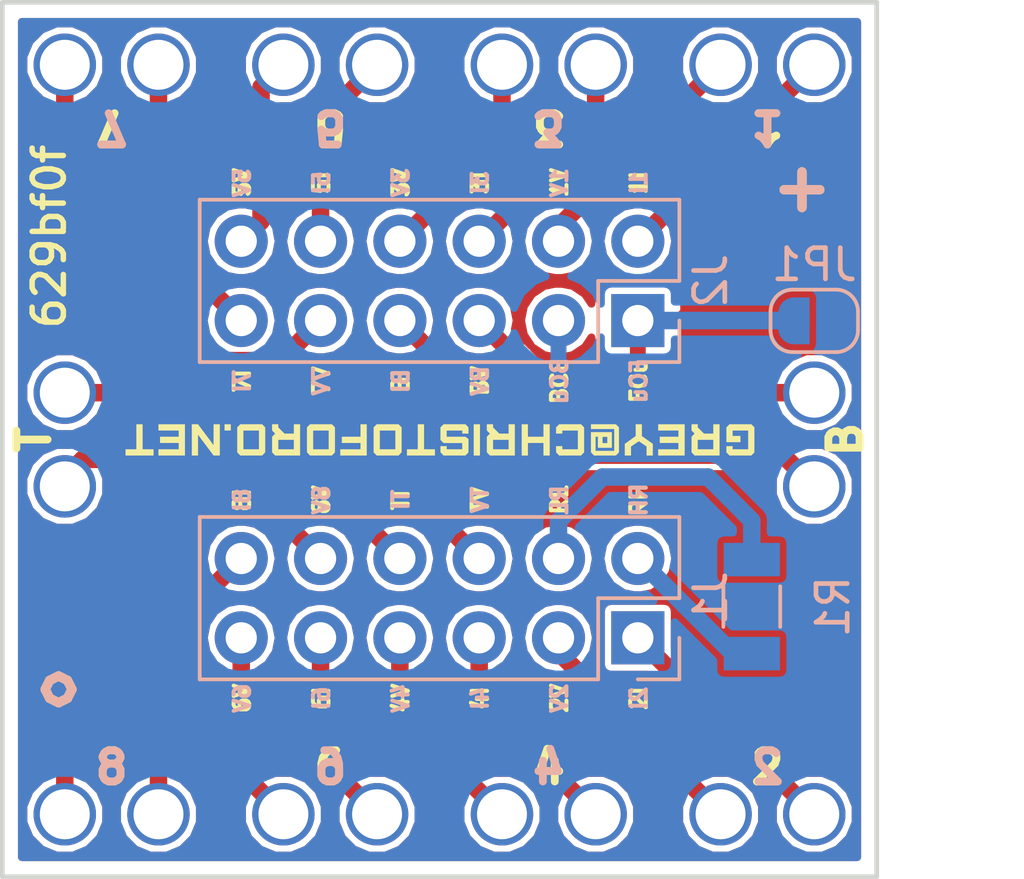
<source format=kicad_pcb>
(kicad_pcb (version 20171130) (host pcbnew "(5.0.0-rc1)")

  (general
    (thickness 1.6)
    (drawings 75)
    (tracks 60)
    (zones 0)
    (modules 25)
    (nets 25)
  )

  (page A4)
  (layers
    (0 F.Cu signal)
    (31 B.Cu signal)
    (32 B.Adhes user)
    (33 F.Adhes user)
    (34 B.Paste user)
    (35 F.Paste user)
    (36 B.SilkS user)
    (37 F.SilkS user)
    (38 B.Mask user)
    (39 F.Mask user)
    (40 Dwgs.User user)
    (41 Cmts.User user)
    (42 Eco1.User user)
    (43 Eco2.User user)
    (44 Edge.Cuts user)
    (45 Margin user)
    (46 B.CrtYd user)
    (47 F.CrtYd user)
    (48 B.Fab user)
    (49 F.Fab user)
  )

  (setup
    (last_trace_width 0.25)
    (user_trace_width 0.2)
    (user_trace_width 0.56)
    (trace_clearance 0.153)
    (zone_clearance 0.2)
    (zone_45_only no)
    (trace_min 0.2)
    (segment_width 0.2)
    (edge_width 0.15)
    (via_size 0.6)
    (via_drill 0.4)
    (via_min_size 0.4)
    (via_min_drill 0.3)
    (uvia_size 0.3)
    (uvia_drill 0.1)
    (uvias_allowed no)
    (uvia_min_size 0.2)
    (uvia_min_drill 0.1)
    (pcb_text_width 0.3)
    (pcb_text_size 1.5 1.5)
    (mod_edge_width 0.15)
    (mod_text_size 1 1)
    (mod_text_width 0.15)
    (pad_size 2 2)
    (pad_drill 1.6)
    (pad_to_mask_clearance 0.2)
    (aux_axis_origin 0 0)
    (visible_elements FFFFFF7F)
    (pcbplotparams
      (layerselection 0x010fc_ffffffff)
      (usegerberextensions false)
      (usegerberattributes true)
      (usegerberadvancedattributes true)
      (creategerberjobfile true)
      (excludeedgelayer true)
      (linewidth 0.150000)
      (plotframeref false)
      (viasonmask false)
      (mode 1)
      (useauxorigin true)
      (hpglpennumber 1)
      (hpglpenspeed 20)
      (hpglpendiameter 15)
      (psnegative false)
      (psa4output false)
      (plotreference true)
      (plotvalue true)
      (plotinvisibletext false)
      (padsonsilk false)
      (subtractmaskfromsilk false)
      (outputformat 1)
      (mirror false)
      (drillshape 0)
      (scaleselection 1)
      (outputdirectory output/))
  )

  (net 0 "")
  (net 1 /I2)
  (net 2 /V2)
  (net 3 /I4)
  (net 4 /VT)
  (net 5 /V4)
  (net 6 /IT)
  (net 7 /I6)
  (net 8 /V8)
  (net 9 /V6)
  (net 10 /I8)
  (net 11 /I1)
  (net 12 /V1)
  (net 13 /I3)
  (net 14 /V3)
  (net 15 /V7)
  (net 16 /I5)
  (net 17 /I7)
  (net 18 /V5)
  (net 19 /RH)
  (net 20 /RL)
  (net 21 /VB)
  (net 22 /IB)
  (net 23 /FCu)
  (net 24 /BCu)

  (net_class Default "This is the default net class."
    (clearance 0.153)
    (trace_width 0.25)
    (via_dia 0.6)
    (via_drill 0.4)
    (uvia_dia 0.3)
    (uvia_drill 0.1)
    (add_net /BCu)
    (add_net /FCu)
    (add_net /I1)
    (add_net /I2)
    (add_net /I3)
    (add_net /I4)
    (add_net /I5)
    (add_net /I6)
    (add_net /I7)
    (add_net /I8)
    (add_net /IB)
    (add_net /IT)
    (add_net /RH)
    (add_net /RL)
    (add_net /V1)
    (add_net /V2)
    (add_net /V3)
    (add_net /V4)
    (add_net /V5)
    (add_net /V6)
    (add_net /V7)
    (add_net /V8)
    (add_net /VB)
    (add_net /VT)
  )

  (module myParts:S25-022+P25-4023 (layer F.Cu) (tedit 5A01F9FE) (tstamp 58E52FE7)
    (at -2 -12 90)
    (path /58E4CA77)
    (fp_text reference TP16 (at 0 1.778 90) (layer F.SilkS) hide
      (effects (font (size 1 1) (thickness 0.15)))
    )
    (fp_text value TEST (at 0 -0.5 90) (layer F.Fab) hide
      (effects (font (size 1 1) (thickness 0.15)))
    )
    (pad 1 thru_hole circle (at 0 0 90) (size 2 2) (drill 1.6) (layers *.Cu *.Mask)
      (net 16 /I5))
    (model ${KIPRJMOD}/sharedLibs/myparts.3dshapes/S25-022+P25-4023.step
      (offset (xyz 0 0 5.499999917398286))
      (scale (xyz 1 1 1))
      (rotate (xyz -90 0 0))
    )
  )

  (module myParts:S25-022+P25-4023 (layer F.Cu) (tedit 5A01FA76) (tstamp 58E52FE3)
    (at -5 -12 90)
    (path /58E4CA7D)
    (fp_text reference TP15 (at 0 1.778 90) (layer F.SilkS) hide
      (effects (font (size 1 1) (thickness 0.15)))
    )
    (fp_text value TEST (at 0 -0.5 90) (layer F.Fab) hide
      (effects (font (size 1 1) (thickness 0.15)))
    )
    (pad 1 thru_hole circle (at 0 0 90) (size 2 2) (drill 1.6) (layers *.Cu *.Mask)
      (net 18 /V5))
    (model ${KIPRJMOD}/sharedLibs/myparts.3dshapes/S25-022+P25-4023.step
      (offset (xyz 0 0 5.499999917398286))
      (scale (xyz 1 1 1))
      (rotate (xyz -90 0 0))
    )
  )

  (module myParts:S25-022+P25-4023 (layer F.Cu) (tedit 5A01FA73) (tstamp 58E52FDF)
    (at -9 -12 90)
    (path /599D9D84)
    (fp_text reference TP14 (at 0 1.778 90) (layer F.SilkS) hide
      (effects (font (size 1 1) (thickness 0.15)))
    )
    (fp_text value TEST (at 0 -0.5 90) (layer F.Fab) hide
      (effects (font (size 1 1) (thickness 0.15)))
    )
    (pad 1 thru_hole circle (at 0 0 90) (size 2 2) (drill 1.6) (layers *.Cu *.Mask)
      (net 17 /I7))
    (model ${KIPRJMOD}/sharedLibs/myparts.3dshapes/S25-022+P25-4023.step
      (offset (xyz 0 0 5.499999917398286))
      (scale (xyz 1 1 1))
      (rotate (xyz -90 0 0))
    )
  )

  (module myParts:S25-022+P25-4023 (layer F.Cu) (tedit 5A01FA70) (tstamp 58E52FDB)
    (at -12 -12 90)
    (path /599D9D8A)
    (fp_text reference TP13 (at 0 1.778 90) (layer F.SilkS) hide
      (effects (font (size 1 1) (thickness 0.15)))
    )
    (fp_text value TEST (at 0 -0.5 90) (layer F.Fab) hide
      (effects (font (size 1 1) (thickness 0.15)))
    )
    (pad 1 thru_hole circle (at 0 0 90) (size 2 2) (drill 1.6) (layers *.Cu *.Mask)
      (net 15 /V7))
    (model ${KIPRJMOD}/sharedLibs/myparts.3dshapes/S25-022+P25-4023.step
      (offset (xyz 0 0 5.499999917398286))
      (scale (xyz 1 1 1))
      (rotate (xyz -90 0 0))
    )
  )

  (module myParts:S25-022+P25-4023 (layer F.Cu) (tedit 5A01FA35) (tstamp 58E52FD7)
    (at 12 -1.5 90)
    (path /58E4C3ED)
    (fp_text reference TP12 (at 0 1.778 90) (layer F.SilkS) hide
      (effects (font (size 1 1) (thickness 0.15)))
    )
    (fp_text value TEST (at 0 -0.5 90) (layer F.Fab) hide
      (effects (font (size 1 1) (thickness 0.15)))
    )
    (pad 1 thru_hole circle (at 0 0 90) (size 2 2) (drill 1.6) (layers *.Cu *.Mask)
      (net 21 /VB))
    (model ${KIPRJMOD}/sharedLibs/myparts.3dshapes/S25-022+P25-4023.step
      (offset (xyz 0 0 5.499999917398286))
      (scale (xyz 1 1 1))
      (rotate (xyz -90 0 0))
    )
  )

  (module myParts:S25-022+P25-4023 (layer F.Cu) (tedit 5A01FA6D) (tstamp 58E52FD3)
    (at -12 -1.5 90)
    (path /58E4CC49)
    (fp_text reference TP11 (at 0 1.778 90) (layer F.SilkS) hide
      (effects (font (size 1 1) (thickness 0.15)))
    )
    (fp_text value TEST (at 0 -0.5 90) (layer F.Fab) hide
      (effects (font (size 1 1) (thickness 0.15)))
    )
    (pad 1 thru_hole circle (at 0 0 90) (size 2 2) (drill 1.6) (layers *.Cu *.Mask)
      (net 4 /VT))
    (model ${KIPRJMOD}/sharedLibs/myparts.3dshapes/S25-022+P25-4023.step
      (offset (xyz 0 0 5.499999917398286))
      (scale (xyz 1 1 1))
      (rotate (xyz -90 0 0))
    )
  )

  (module myParts:S25-022+P25-4023 (layer F.Cu) (tedit 5A01FA3B) (tstamp 58E52FCF)
    (at 12 1.5 90)
    (path /58E4C4C8)
    (fp_text reference TP10 (at 0 1.778 90) (layer F.SilkS) hide
      (effects (font (size 1 1) (thickness 0.15)))
    )
    (fp_text value TEST (at 0 -0.5 90) (layer F.Fab) hide
      (effects (font (size 1 1) (thickness 0.15)))
    )
    (pad 1 thru_hole circle (at 0 0 90) (size 2 2) (drill 1.6) (layers *.Cu *.Mask)
      (net 22 /IB))
    (model ${KIPRJMOD}/sharedLibs/myparts.3dshapes/S25-022+P25-4023.step
      (offset (xyz 0 0 5.499999917398286))
      (scale (xyz 1 1 1))
      (rotate (xyz -90 0 0))
    )
  )

  (module myParts:S25-022+P25-4023 (layer F.Cu) (tedit 5A01FA69) (tstamp 58E52FCB)
    (at -12 1.5 90)
    (path /58E4CC43)
    (fp_text reference TP9 (at 0 1.778 90) (layer F.SilkS) hide
      (effects (font (size 1 1) (thickness 0.15)))
    )
    (fp_text value TEST (at 0 -0.5 90) (layer F.Fab) hide
      (effects (font (size 1 1) (thickness 0.15)))
    )
    (pad 1 thru_hole circle (at 0 0 90) (size 2 2) (drill 1.6) (layers *.Cu *.Mask)
      (net 6 /IT))
    (model ${KIPRJMOD}/sharedLibs/myparts.3dshapes/S25-022+P25-4023.step
      (offset (xyz 0 0 5.499999917398286))
      (scale (xyz 1 1 1))
      (rotate (xyz -90 0 0))
    )
  )

  (module myParts:S25-022+P25-4023 (layer F.Cu) (tedit 5A01FA40) (tstamp 58E52FC7)
    (at 12 12 90)
    (path /58E4C6B7)
    (fp_text reference TP8 (at 0 1.778 90) (layer F.SilkS) hide
      (effects (font (size 1 1) (thickness 0.15)))
    )
    (fp_text value TEST (at 0 -0.5 90) (layer F.Fab) hide
      (effects (font (size 1 1) (thickness 0.15)))
    )
    (pad 1 thru_hole circle (at 0 0 90) (size 2 2) (drill 1.6) (layers *.Cu *.Mask)
      (net 1 /I2))
    (model ${KIPRJMOD}/sharedLibs/myparts.3dshapes/S25-022+P25-4023.step
      (offset (xyz 0 0 5.499999917398286))
      (scale (xyz 1 1 1))
      (rotate (xyz -90 0 0))
    )
  )

  (module myParts:S25-022+P25-4023 (layer F.Cu) (tedit 5A01FA44) (tstamp 58E52FC3)
    (at 9 12 90)
    (path /58E4C6BD)
    (fp_text reference TP7 (at 0 1.778 90) (layer F.SilkS) hide
      (effects (font (size 1 1) (thickness 0.15)))
    )
    (fp_text value TEST (at 0 -0.5 90) (layer F.Fab) hide
      (effects (font (size 1 1) (thickness 0.15)))
    )
    (pad 1 thru_hole circle (at 0 0 90) (size 2 2) (drill 1.6) (layers *.Cu *.Mask)
      (net 2 /V2))
    (model ${KIPRJMOD}/sharedLibs/myparts.3dshapes/S25-022+P25-4023.step
      (offset (xyz 0 0 5.499999917398286))
      (scale (xyz 1 1 1))
      (rotate (xyz -90 0 0))
    )
  )

  (module myParts:S25-022+P25-4023 (layer F.Cu) (tedit 5A01FA49) (tstamp 58E52FBF)
    (at 5 12 90)
    (path /58E4C4F2)
    (fp_text reference TP6 (at 0 1.778 90) (layer F.SilkS) hide
      (effects (font (size 1 1) (thickness 0.15)))
    )
    (fp_text value TEST (at 0 -0.5 90) (layer F.Fab) hide
      (effects (font (size 1 1) (thickness 0.15)))
    )
    (pad 1 thru_hole circle (at 0 0 90) (size 2 2) (drill 1.6) (layers *.Cu *.Mask)
      (net 3 /I4))
    (model ${KIPRJMOD}/sharedLibs/myparts.3dshapes/S25-022+P25-4023.step
      (offset (xyz 0 0 5.499999917398286))
      (scale (xyz 1 1 1))
      (rotate (xyz -90 0 0))
    )
  )

  (module myParts:S25-022+P25-4023 (layer F.Cu) (tedit 5A01FA4F) (tstamp 58E52FBB)
    (at 2 12 90)
    (path /58E4C553)
    (fp_text reference TP5 (at 0 1.778 90) (layer F.SilkS) hide
      (effects (font (size 1 1) (thickness 0.15)))
    )
    (fp_text value TEST (at 0 -0.5 90) (layer F.Fab) hide
      (effects (font (size 1 1) (thickness 0.15)))
    )
    (pad 1 thru_hole circle (at 0 0 90) (size 2 2) (drill 1.6) (layers *.Cu *.Mask)
      (net 5 /V4))
    (model ${KIPRJMOD}/sharedLibs/myparts.3dshapes/S25-022+P25-4023.step
      (offset (xyz 0 0 5.499999917398286))
      (scale (xyz 1 1 1))
      (rotate (xyz -90 0 0))
    )
  )

  (module myParts:S25-022+P25-4023 (layer F.Cu) (tedit 5A01FA54) (tstamp 58E52FB7)
    (at -2 12 90)
    (path /58E4C747)
    (fp_text reference TP4 (at 0 1.778 90) (layer F.SilkS) hide
      (effects (font (size 1 1) (thickness 0.15)))
    )
    (fp_text value TEST (at 0 -0.5 90) (layer F.Fab) hide
      (effects (font (size 1 1) (thickness 0.15)))
    )
    (pad 1 thru_hole circle (at 0 0 90) (size 2 2) (drill 1.6) (layers *.Cu *.Mask)
      (net 7 /I6))
    (model ${KIPRJMOD}/sharedLibs/myparts.3dshapes/S25-022+P25-4023.step
      (offset (xyz 0 0 5.499999917398286))
      (scale (xyz 1 1 1))
      (rotate (xyz -90 0 0))
    )
  )

  (module myParts:S25-022+P25-4023 (layer F.Cu) (tedit 5A01FA59) (tstamp 58E52FB3)
    (at -5 12 90)
    (path /58E4C74D)
    (fp_text reference TP3 (at 0 1.778 90) (layer F.SilkS) hide
      (effects (font (size 1 1) (thickness 0.15)))
    )
    (fp_text value TEST (at 0 -0.5 90) (layer F.Fab) hide
      (effects (font (size 1 1) (thickness 0.15)))
    )
    (pad 1 thru_hole circle (at 0 0 90) (size 2 2) (drill 1.6) (layers *.Cu *.Mask)
      (net 9 /V6))
    (model ${KIPRJMOD}/sharedLibs/myparts.3dshapes/S25-022+P25-4023.step
      (offset (xyz 0 0 5.499999917398286))
      (scale (xyz 1 1 1))
      (rotate (xyz -90 0 0))
    )
  )

  (module myParts:S25-022+P25-4023 (layer F.Cu) (tedit 5A01FA5E) (tstamp 58E52FAF)
    (at -9 12 90)
    (path /599D95E4)
    (fp_text reference TP2 (at 0 1.778 90) (layer F.SilkS) hide
      (effects (font (size 1 1) (thickness 0.15)))
    )
    (fp_text value TEST (at 0 -0.5 90) (layer F.Fab) hide
      (effects (font (size 1 1) (thickness 0.15)))
    )
    (pad 1 thru_hole circle (at 0 0 90) (size 2 2) (drill 1.6) (layers *.Cu *.Mask)
      (net 10 /I8))
    (model ${KIPRJMOD}/sharedLibs/myparts.3dshapes/S25-022+P25-4023.step
      (offset (xyz 0 0 5.499999917398286))
      (scale (xyz 1 1 1))
      (rotate (xyz -90 0 0))
    )
  )

  (module myParts:S25-022+P25-4023 (layer F.Cu) (tedit 5A01FA62) (tstamp 58E52FAB)
    (at -12 12 90)
    (path /599D95EA)
    (fp_text reference TP1 (at 0 1.778 90) (layer F.SilkS) hide
      (effects (font (size 1 1) (thickness 0.15)))
    )
    (fp_text value TEST (at 0 -0.5 90) (layer F.Fab) hide
      (effects (font (size 1 1) (thickness 0.15)))
    )
    (pad 1 thru_hole circle (at 0 0 90) (size 2 2) (drill 1.6) (layers *.Cu *.Mask)
      (net 8 /V8))
    (model ${KIPRJMOD}/sharedLibs/myparts.3dshapes/S25-022+P25-4023.step
      (offset (xyz 0 0 5.499999917398286))
      (scale (xyz 1 1 1))
      (rotate (xyz -90 0 0))
    )
  )

  (module myParts:S25-022+P25-4023 (layer F.Cu) (tedit 5A01FA0A) (tstamp 599D8D18)
    (at 2 -12 90)
    (path /58E4CA65)
    (fp_text reference TP17 (at 0 1.778 90) (layer F.SilkS) hide
      (effects (font (size 1 1) (thickness 0.15)))
    )
    (fp_text value TEST (at 0 -0.5 90) (layer F.Fab) hide
      (effects (font (size 1 1) (thickness 0.15)))
    )
    (pad 1 thru_hole circle (at 0 0 90) (size 2 2) (drill 1.6) (layers *.Cu *.Mask)
      (net 14 /V3))
    (model ${KIPRJMOD}/sharedLibs/myparts.3dshapes/S25-022+P25-4023.step
      (offset (xyz 0 0 5.499999917398286))
      (scale (xyz 1 1 1))
      (rotate (xyz -90 0 0))
    )
  )

  (module myParts:S25-022+P25-4023 (layer F.Cu) (tedit 5A01FA0D) (tstamp 599D8D1D)
    (at 5 -12 90)
    (path /58E4CA5F)
    (fp_text reference TP18 (at 0 1.778 90) (layer F.SilkS) hide
      (effects (font (size 1 1) (thickness 0.15)))
    )
    (fp_text value TEST (at 0 -0.5 90) (layer F.Fab) hide
      (effects (font (size 1 1) (thickness 0.15)))
    )
    (pad 1 thru_hole circle (at 0 0 90) (size 2 2) (drill 1.6) (layers *.Cu *.Mask)
      (net 13 /I3))
    (model ${KIPRJMOD}/sharedLibs/myparts.3dshapes/S25-022+P25-4023.step
      (offset (xyz 0 0 5.499999917398286))
      (scale (xyz 1 1 1))
      (rotate (xyz -90 0 0))
    )
  )

  (module myParts:S25-022+P25-4023 (layer F.Cu) (tedit 5A01FA14) (tstamp 599D8D22)
    (at 9 -12 90)
    (path /58E4CA71)
    (fp_text reference TP19 (at 0 1.778 90) (layer F.SilkS) hide
      (effects (font (size 1 1) (thickness 0.15)))
    )
    (fp_text value TEST (at 0 -0.5 90) (layer F.Fab) hide
      (effects (font (size 1 1) (thickness 0.15)))
    )
    (pad 1 thru_hole circle (at 0 0 90) (size 2 2) (drill 1.6) (layers *.Cu *.Mask)
      (net 12 /V1))
    (model ${KIPRJMOD}/sharedLibs/myparts.3dshapes/S25-022+P25-4023.step
      (offset (xyz 0 0 5.499999917398286))
      (scale (xyz 1 1 1))
      (rotate (xyz -90 0 0))
    )
  )

  (module myParts:S25-022+P25-4023 (layer F.Cu) (tedit 5A01FA19) (tstamp 599D8D27)
    (at 12 -12 90)
    (path /58E4CA6B)
    (fp_text reference TP20 (at 0 1.778 90) (layer F.SilkS) hide
      (effects (font (size 1 1) (thickness 0.15)))
    )
    (fp_text value TEST (at 0 -0.5 90) (layer F.Fab) hide
      (effects (font (size 1 1) (thickness 0.15)))
    )
    (pad 1 thru_hole circle (at 0 0 90) (size 2 2) (drill 1.6) (layers *.Cu *.Mask)
      (net 11 /I1))
    (model ${KIPRJMOD}/sharedLibs/myparts.3dshapes/S25-022+P25-4023.step
      (offset (xyz 0 0 5.499999917398286))
      (scale (xyz 1 1 1))
      (rotate (xyz -90 0 0))
    )
  )

  (module myParts:logo_small (layer F.Cu) (tedit 0) (tstamp 59BFA824)
    (at 0 0 180)
    (path /59BFAA22)
    (fp_text reference L1 (at 0 -4 180) (layer F.SilkS) hide
      (effects (font (size 1.524 1.524) (thickness 0.2)))
    )
    (fp_text value GREY@CHRISTOFORO.NET (at 0 4 180) (layer F.SilkS) hide
      (effects (font (size 1.524 1.524) (thickness 0.2)))
    )
    (fp_poly (pts (xy -0.030446 -0.410336) (xy -0.128951 -0.511719) (xy -0.828528 -0.511719) (xy -0.927058 -0.410336)
      (xy -0.927058 0.017886) (xy -0.828528 0.089278) (xy -0.228894 0.089278) (xy -0.228894 0.28842)
      (xy -0.727172 0.28842) (xy -0.727172 0.189556) (xy -0.927058 0.189556) (xy -0.927058 0.389777)
      (xy -0.828528 0.488281) (xy -0.128951 0.488281) (xy -0.030446 0.389777) (xy -0.030446 -0.012104)
      (xy -0.128951 -0.112047) (xy -0.727172 -0.112047) (xy -0.727172 -0.311832) (xy -0.228894 -0.311832)
      (xy -0.228894 -0.211888) (xy -0.030446 -0.211888)) (layer F.SilkS) (width 0.001))
    (fp_poly (pts (xy -7.650288 0.089484) (xy -7.052066 0.089484) (xy -7.052066 -0.110403) (xy -7.650288 -0.110403)
      (xy -7.650288 -0.311832) (xy -7.002107 -0.311832) (xy -7.002107 -0.511719) (xy -7.850175 -0.511719)
      (xy -7.850175 0.488281) (xy -7.002107 0.488281) (xy -7.002107 0.28842) (xy -7.650288 0.28842)) (layer F.SilkS) (width 0.001))
    (fp_poly (pts (xy -8.766833 0.488281) (xy -8.766833 -0.010074) (xy -8.766833 -0.311832) (xy -8.268555 -0.311832)
      (xy -8.268555 -0.010074) (xy -8.766833 -0.010074) (xy -8.766833 0.488281) (xy -8.766833 0.189813)
      (xy -8.468442 0.189813) (xy -8.368498 0.288369) (xy -8.268555 0.389751) (xy -8.268555 0.488281)
      (xy -8.070107 0.488281) (xy -8.070107 0.288369) (xy -8.168611 0.189813) (xy -8.070107 0.089869)
      (xy -8.070107 -0.410336) (xy -8.168611 -0.511719) (xy -8.96672 -0.511719) (xy -8.96672 0.488281)) (layer F.SilkS) (width 0.001))
    (fp_poly (pts (xy -10.083265 0.389777) (xy -9.984735 0.488281) (xy -9.285156 0.488281) (xy -9.186652 0.389777)
      (xy -9.186652 -0.084935) (xy -9.636385 -0.084935) (xy -9.636385 0.114925) (xy -9.3851 0.114925)
      (xy -9.3851 0.28842) (xy -9.883378 0.28842) (xy -9.883378 -0.311832) (xy -9.3851 -0.311832)
      (xy -9.3851 -0.211888) (xy -9.186652 -0.211888) (xy -9.186652 -0.410336) (xy -9.285156 -0.511719)
      (xy -9.984735 -0.511719) (xy -10.083265 -0.410336)) (layer F.SilkS) (width 0.001))
    (fp_poly (pts (xy -2.211788 0.189813) (xy -2.211788 -0.311832) (xy -1.71351 -0.311832) (xy -1.71351 -0.010074)
      (xy -2.211788 -0.010074) (xy -2.211788 -0.311832) (xy -2.211788 0.189813) (xy -1.913397 0.189813)
      (xy -1.813453 0.288369) (xy -1.71351 0.389751) (xy -1.71351 0.488281) (xy -1.515062 0.488281)
      (xy -1.515062 0.288369) (xy -1.613567 0.189813) (xy -1.515062 0.089869) (xy -1.515062 -0.410336)
      (xy -1.613567 -0.511719) (xy -2.411675 -0.511719) (xy -2.411675 0.488281) (xy -2.211788 0.488281)) (layer F.SilkS) (width 0.001))
    (fp_poly (pts (xy -5.64741 0.488281) (xy -4.849327 0.488281) (xy -4.849327 0.336965) (xy -5.594598 0.336965)
      (xy -5.594598 -0.36323) (xy -4.996376 -0.36323) (xy -4.996376 0.089587) (xy -5.072034 0.089587)
      (xy -5.21911 0.083881) (xy -5.371865 0.083881) (xy -5.371865 -0.113666) (xy -5.21911 -0.113666)
      (xy -5.21911 0.083881) (xy -5.072034 0.089587) (xy -5.072034 -0.265008) (xy -5.518914 -0.265008)
      (xy -5.518914 0.236636) (xy -4.849327 0.236636) (xy -4.849327 -0.410336) (xy -4.947831 -0.511719)
      (xy -5.64741 -0.511719) (xy -5.74594 -0.410336) (xy -5.74594 0.389777)) (layer F.SilkS) (width 0.001))
    (fp_poly (pts (xy 2.33052 -0.511719) (xy 2.33052 0.488281) (xy 2.530407 0.488281) (xy 2.530407 0.089484)
      (xy 3.128624 0.089484) (xy 3.128624 -0.110403) (xy 2.530407 -0.110403) (xy 2.530407 -0.311832)
      (xy 3.178582 -0.311832) (xy 3.178582 -0.511719)) (layer F.SilkS) (width 0.001))
    (fp_poly (pts (xy -6.131528 -0.223145) (xy -6.382813 -0.054559) (xy -6.629806 -0.223145) (xy -6.629806 -0.511719)
      (xy -6.829693 -0.511719) (xy -6.829693 -0.138852) (xy -6.479903 0.111148) (xy -6.479903 0.488281)
      (xy -6.28143 0.488281) (xy -6.28143 0.111148) (xy -5.93308 -0.138852) (xy -5.93308 -0.511719)
      (xy -6.131528 -0.511719)) (layer F.SilkS) (width 0.001))
    (fp_poly (pts (xy -4.429508 -0.311832) (xy -3.931229 -0.311832) (xy -3.931229 -0.211888) (xy -3.732782 -0.211888)
      (xy -3.732782 -0.410336) (xy -3.831286 -0.511719) (xy -4.530865 -0.511719) (xy -4.629395 -0.410336)
      (xy -4.629395 0.389777) (xy -4.530865 0.488281) (xy -3.831286 0.488281) (xy -3.732782 0.389777)
      (xy -3.732782 0.18989) (xy -3.931229 0.18989) (xy -3.931229 0.28842) (xy -4.429508 0.28842)) (layer F.SilkS) (width 0.001))
    (fp_poly (pts (xy 9.000514 -0.511719) (xy 8.152447 -0.511719) (xy 8.152447 0.488281) (xy 9.000514 0.488281)
      (xy 9.000514 0.28842) (xy 8.352333 0.28842) (xy 8.352333 0.089484) (xy 8.950555 0.089484)
      (xy 8.950555 -0.110403) (xy 8.352333 -0.110403) (xy 8.352333 -0.311832) (xy 9.000514 -0.311832)) (layer F.SilkS) (width 0.001))
    (fp_poly (pts (xy 4.465435 -0.511719) (xy 4.465435 0.488281) (xy 4.665322 0.488281) (xy 4.665322 -0.311832)
      (xy 5.1636 -0.311832) (xy 5.1636 -0.010074) (xy 4.665322 -0.010074) (xy 4.665322 -0.311832)
      (xy 4.665322 0.488281) (xy 4.665322 0.189813) (xy 4.963713 0.189813) (xy 5.063656 0.288369)
      (xy 5.1636 0.389751) (xy 5.1636 0.488281) (xy 5.362048 0.488281) (xy 5.362048 0.288369)
      (xy 5.263543 0.189813) (xy 5.362048 0.089869) (xy 5.362048 -0.410336) (xy 5.263543 -0.511719)) (layer F.SilkS) (width 0.001))
    (fp_poly (pts (xy 5.68051 0.488281) (xy 6.380088 0.488281) (xy 6.280145 0.28842) (xy 5.781867 0.28842)
      (xy 5.781867 -0.311832) (xy 6.280145 -0.311832) (xy 6.280145 0.28842) (xy 6.380088 0.488281)
      (xy 6.478593 0.389777) (xy 6.478593 -0.410336) (xy 6.380088 -0.511719) (xy 5.68051 -0.511719)
      (xy 5.58198 -0.410336) (xy 5.58198 0.389777)) (layer F.SilkS) (width 0.001))
    (fp_poly (pts (xy 7.235788 -0.511719) (xy 7.035902 -0.511719) (xy 7.035902 0.488281) (xy 7.235788 0.488281)
      (xy 7.235788 -0.178865) (xy 7.734067 0.488281) (xy 7.932514 0.488281) (xy 7.932514 -0.511719)
      (xy 7.734067 -0.511719) (xy 7.734067 0.154014)) (layer F.SilkS) (width 0.001))
    (fp_poly (pts (xy 10.055304 -0.511719) (xy 9.158691 -0.511719) (xy 9.158691 -0.311832) (xy 9.508481 -0.311832)
      (xy 9.508481 0.488281) (xy 9.708368 0.488281) (xy 9.708368 -0.311832) (xy 10.055304 -0.311832)) (layer F.SilkS) (width 0.001))
    (fp_poly (pts (xy -1.295135 -0.511719) (xy -1.295135 0.488281) (xy -1.095248 0.488281) (xy -1.095248 -0.511719)) (layer F.SilkS) (width 0.001))
    (fp_poly (pts (xy 6.884123 0.28842) (xy 6.684236 0.28842) (xy 6.684236 0.488281) (xy 6.884123 0.488281)) (layer F.SilkS) (width 0.001))
    (fp_poly (pts (xy 1.21398 -0.410336) (xy 1.413867 -0.311832) (xy 1.912145 -0.311832) (xy 1.912145 0.28842)
      (xy 1.413867 0.28842) (xy 1.413867 -0.311832) (xy 1.21398 -0.410336) (xy 1.21398 0.389777)
      (xy 1.31251 0.488281) (xy 2.012089 0.488281) (xy 2.110593 0.389777) (xy 2.110593 -0.410336)
      (xy 2.012089 -0.511719) (xy 1.31251 -0.511719)) (layer F.SilkS) (width 0.001))
    (fp_poly (pts (xy -3.328331 -0.511719) (xy -3.528218 -0.511719) (xy -3.528218 0.488281) (xy -3.328331 0.488281)
      (xy -3.328331 0.089484) (xy -2.830052 0.089484) (xy -2.830052 0.488281) (xy -2.631605 0.488281)
      (xy -2.631605 -0.511719) (xy -2.830052 -0.511719) (xy -2.830052 -0.110403) (xy -3.328331 -0.110403)) (layer F.SilkS) (width 0.001))
    (fp_poly (pts (xy 1.043277 -0.511719) (xy 0.146665 -0.511719) (xy 0.146665 -0.311832) (xy 0.496454 -0.311832)
      (xy 0.496454 0.488281) (xy 0.69634 0.488281) (xy 0.69634 -0.311832) (xy 1.043277 -0.311832)) (layer F.SilkS) (width 0.001))
    (fp_poly (pts (xy 4.146998 -0.511719) (xy 3.44742 -0.511719) (xy 3.34889 -0.410336) (xy 3.548777 -0.311832)
      (xy 4.047055 -0.311832) (xy 4.047055 0.28842) (xy 3.548777 0.28842) (xy 3.548777 -0.311832)
      (xy 3.34889 -0.410336) (xy 3.34889 0.389777) (xy 3.44742 0.488281) (xy 4.146998 0.488281)
      (xy 4.245503 0.389777) (xy 4.245503 -0.410336)) (layer F.SilkS) (width 0.001))
  )

  (module Connector_PinHeader_2.54mm:PinHeader_2x06_P2.54mm_Vertical (layer B.Cu) (tedit 59FED5CC) (tstamp 5AE4ABDB)
    (at 6.35 6.35 90)
    (descr "Through hole straight pin header, 2x06, 2.54mm pitch, double rows")
    (tags "Through hole pin header THT 2x06 2.54mm double row")
    (path /599DB107)
    (fp_text reference J1 (at 1.27 2.33 90) (layer B.SilkS)
      (effects (font (size 1 1) (thickness 0.15)) (justify mirror))
    )
    (fp_text value CONN_02X06 (at 1.27 -15.03 90) (layer B.Fab)
      (effects (font (size 1 1) (thickness 0.15)) (justify mirror))
    )
    (fp_line (start 0 1.27) (end 3.81 1.27) (layer B.Fab) (width 0.1))
    (fp_line (start 3.81 1.27) (end 3.81 -13.97) (layer B.Fab) (width 0.1))
    (fp_line (start 3.81 -13.97) (end -1.27 -13.97) (layer B.Fab) (width 0.1))
    (fp_line (start -1.27 -13.97) (end -1.27 0) (layer B.Fab) (width 0.1))
    (fp_line (start -1.27 0) (end 0 1.27) (layer B.Fab) (width 0.1))
    (fp_line (start -1.33 -14.03) (end 3.87 -14.03) (layer B.SilkS) (width 0.12))
    (fp_line (start -1.33 -1.27) (end -1.33 -14.03) (layer B.SilkS) (width 0.12))
    (fp_line (start 3.87 1.33) (end 3.87 -14.03) (layer B.SilkS) (width 0.12))
    (fp_line (start -1.33 -1.27) (end 1.27 -1.27) (layer B.SilkS) (width 0.12))
    (fp_line (start 1.27 -1.27) (end 1.27 1.33) (layer B.SilkS) (width 0.12))
    (fp_line (start 1.27 1.33) (end 3.87 1.33) (layer B.SilkS) (width 0.12))
    (fp_line (start -1.33 0) (end -1.33 1.33) (layer B.SilkS) (width 0.12))
    (fp_line (start -1.33 1.33) (end 0 1.33) (layer B.SilkS) (width 0.12))
    (fp_line (start -1.8 1.8) (end -1.8 -14.5) (layer B.CrtYd) (width 0.05))
    (fp_line (start -1.8 -14.5) (end 4.35 -14.5) (layer B.CrtYd) (width 0.05))
    (fp_line (start 4.35 -14.5) (end 4.35 1.8) (layer B.CrtYd) (width 0.05))
    (fp_line (start 4.35 1.8) (end -1.8 1.8) (layer B.CrtYd) (width 0.05))
    (fp_text user %R (at 1.27 -6.35) (layer B.Fab)
      (effects (font (size 1 1) (thickness 0.15)) (justify mirror))
    )
    (pad 1 thru_hole rect (at 0 0 90) (size 1.7 1.7) (drill 1) (layers *.Cu *.Mask)
      (net 1 /I2))
    (pad 2 thru_hole oval (at 2.54 0 90) (size 1.7 1.7) (drill 1) (layers *.Cu *.Mask)
      (net 19 /RH))
    (pad 3 thru_hole oval (at 0 -2.54 90) (size 1.7 1.7) (drill 1) (layers *.Cu *.Mask)
      (net 2 /V2))
    (pad 4 thru_hole oval (at 2.54 -2.54 90) (size 1.7 1.7) (drill 1) (layers *.Cu *.Mask)
      (net 20 /RL))
    (pad 5 thru_hole oval (at 0 -5.08 90) (size 1.7 1.7) (drill 1) (layers *.Cu *.Mask)
      (net 3 /I4))
    (pad 6 thru_hole oval (at 2.54 -5.08 90) (size 1.7 1.7) (drill 1) (layers *.Cu *.Mask)
      (net 4 /VT))
    (pad 7 thru_hole oval (at 0 -7.62 90) (size 1.7 1.7) (drill 1) (layers *.Cu *.Mask)
      (net 5 /V4))
    (pad 8 thru_hole oval (at 2.54 -7.62 90) (size 1.7 1.7) (drill 1) (layers *.Cu *.Mask)
      (net 6 /IT))
    (pad 9 thru_hole oval (at 0 -10.16 90) (size 1.7 1.7) (drill 1) (layers *.Cu *.Mask)
      (net 7 /I6))
    (pad 10 thru_hole oval (at 2.54 -10.16 90) (size 1.7 1.7) (drill 1) (layers *.Cu *.Mask)
      (net 8 /V8))
    (pad 11 thru_hole oval (at 0 -12.7 90) (size 1.7 1.7) (drill 1) (layers *.Cu *.Mask)
      (net 9 /V6))
    (pad 12 thru_hole oval (at 2.54 -12.7 90) (size 1.7 1.7) (drill 1) (layers *.Cu *.Mask)
      (net 10 /I8))
    (model ${KISYS3DMOD}/Connector_PinHeader_2.54mm.3dshapes/PinHeader_2x06_P2.54mm_Vertical.wrl
      (at (xyz 0 0 0))
      (scale (xyz 1 1 1))
      (rotate (xyz 0 0 0))
    )
  )

  (module Connector_PinHeader_2.54mm:PinHeader_2x06_P2.54mm_Vertical (layer B.Cu) (tedit 59FED5CC) (tstamp 5AE4ABFC)
    (at 6.35 -3.81 90)
    (descr "Through hole straight pin header, 2x06, 2.54mm pitch, double rows")
    (tags "Through hole pin header THT 2x06 2.54mm double row")
    (path /599DB1BB)
    (fp_text reference J2 (at 1.27 2.33 90) (layer B.SilkS)
      (effects (font (size 1 1) (thickness 0.15)) (justify mirror))
    )
    (fp_text value CONN_02X06 (at 1.27 -15.03 90) (layer B.Fab)
      (effects (font (size 1 1) (thickness 0.15)) (justify mirror))
    )
    (fp_text user %R (at 1.27 -6.35) (layer B.Fab)
      (effects (font (size 1 1) (thickness 0.15)) (justify mirror))
    )
    (fp_line (start 4.35 1.8) (end -1.8 1.8) (layer B.CrtYd) (width 0.05))
    (fp_line (start 4.35 -14.5) (end 4.35 1.8) (layer B.CrtYd) (width 0.05))
    (fp_line (start -1.8 -14.5) (end 4.35 -14.5) (layer B.CrtYd) (width 0.05))
    (fp_line (start -1.8 1.8) (end -1.8 -14.5) (layer B.CrtYd) (width 0.05))
    (fp_line (start -1.33 1.33) (end 0 1.33) (layer B.SilkS) (width 0.12))
    (fp_line (start -1.33 0) (end -1.33 1.33) (layer B.SilkS) (width 0.12))
    (fp_line (start 1.27 1.33) (end 3.87 1.33) (layer B.SilkS) (width 0.12))
    (fp_line (start 1.27 -1.27) (end 1.27 1.33) (layer B.SilkS) (width 0.12))
    (fp_line (start -1.33 -1.27) (end 1.27 -1.27) (layer B.SilkS) (width 0.12))
    (fp_line (start 3.87 1.33) (end 3.87 -14.03) (layer B.SilkS) (width 0.12))
    (fp_line (start -1.33 -1.27) (end -1.33 -14.03) (layer B.SilkS) (width 0.12))
    (fp_line (start -1.33 -14.03) (end 3.87 -14.03) (layer B.SilkS) (width 0.12))
    (fp_line (start -1.27 0) (end 0 1.27) (layer B.Fab) (width 0.1))
    (fp_line (start -1.27 -13.97) (end -1.27 0) (layer B.Fab) (width 0.1))
    (fp_line (start 3.81 -13.97) (end -1.27 -13.97) (layer B.Fab) (width 0.1))
    (fp_line (start 3.81 1.27) (end 3.81 -13.97) (layer B.Fab) (width 0.1))
    (fp_line (start 0 1.27) (end 3.81 1.27) (layer B.Fab) (width 0.1))
    (pad 12 thru_hole oval (at 2.54 -12.7 90) (size 1.7 1.7) (drill 1) (layers *.Cu *.Mask)
      (net 18 /V5))
    (pad 11 thru_hole oval (at 0 -12.7 90) (size 1.7 1.7) (drill 1) (layers *.Cu *.Mask)
      (net 17 /I7))
    (pad 10 thru_hole oval (at 2.54 -10.16 90) (size 1.7 1.7) (drill 1) (layers *.Cu *.Mask)
      (net 16 /I5))
    (pad 9 thru_hole oval (at 0 -10.16 90) (size 1.7 1.7) (drill 1) (layers *.Cu *.Mask)
      (net 15 /V7))
    (pad 8 thru_hole oval (at 2.54 -7.62 90) (size 1.7 1.7) (drill 1) (layers *.Cu *.Mask)
      (net 14 /V3))
    (pad 7 thru_hole oval (at 0 -7.62 90) (size 1.7 1.7) (drill 1) (layers *.Cu *.Mask)
      (net 22 /IB))
    (pad 6 thru_hole oval (at 2.54 -5.08 90) (size 1.7 1.7) (drill 1) (layers *.Cu *.Mask)
      (net 13 /I3))
    (pad 5 thru_hole oval (at 0 -5.08 90) (size 1.7 1.7) (drill 1) (layers *.Cu *.Mask)
      (net 21 /VB))
    (pad 4 thru_hole oval (at 2.54 -2.54 90) (size 1.7 1.7) (drill 1) (layers *.Cu *.Mask)
      (net 12 /V1))
    (pad 3 thru_hole oval (at 0 -2.54 90) (size 1.7 1.7) (drill 1) (layers *.Cu *.Mask)
      (net 24 /BCu))
    (pad 2 thru_hole oval (at 2.54 0 90) (size 1.7 1.7) (drill 1) (layers *.Cu *.Mask)
      (net 11 /I1))
    (pad 1 thru_hole rect (at 0 0 90) (size 1.7 1.7) (drill 1) (layers *.Cu *.Mask)
      (net 23 /FCu))
    (model ${KISYS3DMOD}/Connector_PinHeader_2.54mm.3dshapes/PinHeader_2x06_P2.54mm_Vertical.wrl
      (at (xyz 0 0 0))
      (scale (xyz 1 1 1))
      (rotate (xyz 0 0 0))
    )
  )

  (module Jumper:SolderJumper-2_P1.3mm_Open_RoundedPad1.0x1.5mm (layer B.Cu) (tedit 5A3EAE8E) (tstamp 5AE4AC1D)
    (at 12 -3.8 180)
    (descr "SMD Solder Jumper, 1x1.5mm, rounded Pads, 0.3mm gap, open")
    (tags "solder jumper open")
    (path /59F642BD)
    (attr virtual)
    (fp_text reference JP1 (at 0 1.8 180) (layer B.SilkS)
      (effects (font (size 1 1) (thickness 0.15)) (justify mirror))
    )
    (fp_text value Jumper_NC_Small (at 0 -1.9 180) (layer B.Fab)
      (effects (font (size 1 1) (thickness 0.15)) (justify mirror))
    )
    (fp_arc (start 0.7 0.3) (end 1.4 0.3) (angle 90) (layer B.SilkS) (width 0.12))
    (fp_arc (start 0.7 -0.3) (end 0.7 -1) (angle 90) (layer B.SilkS) (width 0.12))
    (fp_arc (start -0.7 -0.3) (end -1.4 -0.3) (angle 90) (layer B.SilkS) (width 0.12))
    (fp_arc (start -0.7 0.3) (end -0.7 1) (angle 90) (layer B.SilkS) (width 0.12))
    (fp_line (start -1.4 -0.3) (end -1.4 0.3) (layer B.SilkS) (width 0.12))
    (fp_line (start 0.7 -1) (end -0.7 -1) (layer B.SilkS) (width 0.12))
    (fp_line (start 1.4 0.3) (end 1.4 -0.3) (layer B.SilkS) (width 0.12))
    (fp_line (start -0.7 1) (end 0.7 1) (layer B.SilkS) (width 0.12))
    (fp_line (start -1.65 1.25) (end 1.65 1.25) (layer B.CrtYd) (width 0.05))
    (fp_line (start -1.65 1.25) (end -1.65 -1.25) (layer B.CrtYd) (width 0.05))
    (fp_line (start 1.65 -1.25) (end 1.65 1.25) (layer B.CrtYd) (width 0.05))
    (fp_line (start 1.65 -1.25) (end -1.65 -1.25) (layer B.CrtYd) (width 0.05))
    (pad 2 smd roundrect (at 0.65 0 180) (size 1 1.5) (layers B.Cu B.Mask)(roundrect_rratio 0.5)
      (net 23 /FCu))
    (pad 1 smd roundrect (at -0.65 0 180) (size 1 1.5) (layers B.Cu B.Mask)(roundrect_rratio 0.5)
      (net 24 /BCu))
    (pad 1 smd rect (at -0.4 0 180) (size 0.5 1.5) (layers B.Cu B.Mask)
      (net 24 /BCu))
    (pad 2 smd rect (at 0.4 0 180) (size 0.5 1.5) (layers B.Cu B.Mask)
      (net 23 /FCu))
  )

  (module Resistor_SMD:R_1206_3216Metric (layer B.Cu) (tedit 59FE48B8) (tstamp 5AE4ACB3)
    (at 10 5.35 270)
    (descr "Resistor SMD 1206 (3216 Metric), square (rectangular) end terminal, IPC_7351 nominal, (Body size source: http://www.tortai-tech.com/upload/download/2011102023233369053.pdf), generated with kicad-footprint-generator")
    (tags resistor)
    (path /599DBDE1)
    (attr smd)
    (fp_text reference R1 (at 0 -2.6 270) (layer B.SilkS)
      (effects (font (size 1 1) (thickness 0.15)) (justify mirror))
    )
    (fp_text value 100k (at 0 -2.05 270) (layer B.Fab)
      (effects (font (size 1 1) (thickness 0.15)) (justify mirror))
    )
    (fp_line (start -1.6 -0.8) (end -1.6 0.8) (layer B.Fab) (width 0.1))
    (fp_line (start -1.6 0.8) (end 1.6 0.8) (layer B.Fab) (width 0.1))
    (fp_line (start 1.6 0.8) (end 1.6 -0.8) (layer B.Fab) (width 0.1))
    (fp_line (start 1.6 -0.8) (end -1.6 -0.8) (layer B.Fab) (width 0.1))
    (fp_line (start -0.65 0.91) (end 0.65 0.91) (layer B.SilkS) (width 0.12))
    (fp_line (start -0.65 -0.91) (end 0.65 -0.91) (layer B.SilkS) (width 0.12))
    (fp_line (start -2.29 -1.15) (end -2.29 1.15) (layer B.CrtYd) (width 0.05))
    (fp_line (start -2.29 1.15) (end 2.29 1.15) (layer B.CrtYd) (width 0.05))
    (fp_line (start 2.29 1.15) (end 2.29 -1.15) (layer B.CrtYd) (width 0.05))
    (fp_line (start 2.29 -1.15) (end -2.29 -1.15) (layer B.CrtYd) (width 0.05))
    (fp_text user %R (at 0 0 270) (layer B.Fab)
      (effects (font (size 0.8 0.8) (thickness 0.12)) (justify mirror))
    )
    (pad 1 smd rect (at -1.505 0 270) (size 1.07 1.8) (layers B.Cu B.Paste B.Mask)
      (net 20 /RL))
    (pad 2 smd rect (at 1.505 0 270) (size 1.07 1.8) (layers B.Cu B.Paste B.Mask)
      (net 19 /RH))
    (model ${KISYS3DMOD}/Resistor_SMD.3dshapes/R_1206_3216Metric.wrl
      (at (xyz 0 0 0))
      (scale (xyz 1 1 1))
      (rotate (xyz 0 0 0))
    )
  )

  (gr_text 4I (at 1.3 8.285 90) (layer F.SilkS) (tstamp 599ECEB5)
    (effects (font (size 0.5 0.5) (thickness 0.125)))
  )
  (gr_text 4I (at 1.3 8.285 90) (layer B.SilkS) (tstamp 599ECEB4)
    (effects (font (size 0.5 0.5) (thickness 0.125)) (justify mirror))
  )
  (gr_text FCu (at 6.38 -1.875 90) (layer B.SilkS) (tstamp 599DC659)
    (effects (font (size 0.5 0.5) (thickness 0.125)) (justify mirror))
  )
  (gr_text 7I (at -6.32 -1.875 90) (layer B.SilkS) (tstamp 599DC657)
    (effects (font (size 0.5 0.5) (thickness 0.125)) (justify mirror))
  )
  (gr_text 5I (at -3.78 -8.225 90) (layer B.SilkS) (tstamp 599DC655)
    (effects (font (size 0.5 0.5) (thickness 0.125)) (justify mirror))
  )
  (gr_text 3I (at 1.3 -8.225 90) (layer B.SilkS) (tstamp 599DC651)
    (effects (font (size 0.5 0.5) (thickness 0.125)) (justify mirror))
  )
  (gr_text 1I (at 6.38 -8.225 90) (layer B.SilkS) (tstamp 599DC64F)
    (effects (font (size 0.5 0.5) (thickness 0.125)) (justify mirror))
  )
  (gr_text BI (at -1.24 -1.875 90) (layer B.SilkS) (tstamp 599DC64D)
    (effects (font (size 0.5 0.5) (thickness 0.125)) (justify mirror))
  )
  (gr_text BV (at 1.3 -1.875 90) (layer B.SilkS) (tstamp 599DC64B)
    (effects (font (size 0.5 0.5) (thickness 0.125)) (justify mirror))
  )
  (gr_text 1V (at 3.84 -8.225 90) (layer B.SilkS) (tstamp 599DC649)
    (effects (font (size 0.5 0.5) (thickness 0.125)) (justify mirror))
  )
  (gr_text 3V (at -1.24 -8.225 90) (layer B.SilkS) (tstamp 599DC647)
    (effects (font (size 0.5 0.5) (thickness 0.125)) (justify mirror))
  )
  (gr_text 5V (at -6.32 -8.225 90) (layer B.SilkS) (tstamp 599DC645)
    (effects (font (size 0.5 0.5) (thickness 0.125)) (justify mirror))
  )
  (gr_text 7V (at -3.78 -1.875 90) (layer B.SilkS) (tstamp 599DC643)
    (effects (font (size 0.5 0.5) (thickness 0.125)) (justify mirror))
  )
  (gr_text BCu (at 3.84 -1.875 90) (layer B.SilkS) (tstamp 599DC641)
    (effects (font (size 0.5 0.5) (thickness 0.125)) (justify mirror))
  )
  (gr_text TV (at 1.3 1.935 90) (layer F.SilkS) (tstamp 599DC63F)
    (effects (font (size 0.5 0.5) (thickness 0.125)))
  )
  (gr_text 8V (at -3.78 1.935 90) (layer B.SilkS) (tstamp 599DC63B)
    (effects (font (size 0.5 0.5) (thickness 0.125)) (justify mirror))
  )
  (gr_text 6V (at -6.32 8.285 90) (layer B.SilkS) (tstamp 599DC639)
    (effects (font (size 0.5 0.5) (thickness 0.125)) (justify mirror))
  )
  (gr_text 4V (at -1.24 8.285 90) (layer B.SilkS) (tstamp 599DC637)
    (effects (font (size 0.5 0.5) (thickness 0.125)) (justify mirror))
  )
  (gr_text 2V (at 3.84 8.285 90) (layer B.SilkS) (tstamp 599DC635)
    (effects (font (size 0.5 0.5) (thickness 0.125)) (justify mirror))
  )
  (gr_text RH (at 6.38 1.935 90) (layer B.SilkS) (tstamp 599DC633)
    (effects (font (size 0.5 0.5) (thickness 0.125)) (justify mirror))
  )
  (gr_text RL (at 3.84 1.935 90) (layer B.SilkS) (tstamp 599DC631)
    (effects (font (size 0.5 0.5) (thickness 0.125)) (justify mirror))
  )
  (gr_text 2I (at 6.38 8.285 90) (layer B.SilkS) (tstamp 599DC62F)
    (effects (font (size 0.5 0.5) (thickness 0.125)) (justify mirror))
  )
  (gr_text 6I (at -3.78 8.285 90) (layer B.SilkS) (tstamp 599DC62B)
    (effects (font (size 0.5 0.5) (thickness 0.125)) (justify mirror))
  )
  (gr_text 8I (at -6.32 1.935 90) (layer B.SilkS) (tstamp 599DC629)
    (effects (font (size 0.5 0.5) (thickness 0.125)) (justify mirror))
  )
  (gr_text TI (at -1.24 1.935 90) (layer B.SilkS) (tstamp 599DC627)
    (effects (font (size 0.5 0.5) (thickness 0.125)) (justify mirror))
  )
  (gr_text TI (at -1.24 1.935 90) (layer F.SilkS) (tstamp 599DC5EC)
    (effects (font (size 0.5 0.5) (thickness 0.125)))
  )
  (gr_text 8I (at -6.32 1.935 90) (layer F.SilkS) (tstamp 599DC5EB)
    (effects (font (size 0.5 0.5) (thickness 0.125)))
  )
  (gr_text 6I (at -3.78 8.285 90) (layer F.SilkS) (tstamp 599DC5EA)
    (effects (font (size 0.5 0.5) (thickness 0.125)))
  )
  (gr_text 2I (at 6.38 8.285 90) (layer F.SilkS) (tstamp 599DC5E8)
    (effects (font (size 0.5 0.5) (thickness 0.125)))
  )
  (gr_text RL (at 3.84 1.935 90) (layer F.SilkS) (tstamp 599DC5E7)
    (effects (font (size 0.5 0.5) (thickness 0.125)))
  )
  (gr_text RH (at 6.38 1.935 90) (layer F.SilkS) (tstamp 599DC5E6)
    (effects (font (size 0.5 0.5) (thickness 0.125)))
  )
  (gr_text 2V (at 3.84 8.285 90) (layer F.SilkS) (tstamp 599DC5E5)
    (effects (font (size 0.5 0.5) (thickness 0.125)))
  )
  (gr_text 4V (at -1.24 8.285 90) (layer F.SilkS) (tstamp 599DC5E4)
    (effects (font (size 0.5 0.5) (thickness 0.125)))
  )
  (gr_text 8V (at -3.78 1.935 90) (layer F.SilkS) (tstamp 599DC5E1)
    (effects (font (size 0.5 0.5) (thickness 0.125)))
  )
  (gr_text 6V (at -6.32 8.285 90) (layer F.SilkS) (tstamp 599DC5E0)
    (effects (font (size 0.5 0.5) (thickness 0.125)))
  )
  (gr_text TV (at 1.3 1.935 90) (layer B.SilkS) (tstamp 599DC5DF)
    (effects (font (size 0.5 0.5) (thickness 0.125)) (justify mirror))
  )
  (gr_text BCu (at 3.84 -1.875 90) (layer F.SilkS) (tstamp 599DC5DD)
    (effects (font (size 0.5 0.5) (thickness 0.125)))
  )
  (gr_text 7V (at -3.78 -1.875 90) (layer F.SilkS) (tstamp 599DC5DC)
    (effects (font (size 0.5 0.5) (thickness 0.125)))
  )
  (gr_text 5V (at -6.32 -8.225 90) (layer F.SilkS) (tstamp 599DC5DB)
    (effects (font (size 0.5 0.5) (thickness 0.125)))
  )
  (gr_text 3V (at -1.24 -8.225 90) (layer F.SilkS) (tstamp 599DC5DA)
    (effects (font (size 0.5 0.5) (thickness 0.125)))
  )
  (gr_text 1V (at 3.84 -8.225 90) (layer F.SilkS) (tstamp 599DC5D9)
    (effects (font (size 0.5 0.5) (thickness 0.125)))
  )
  (gr_text BV (at 1.3 -1.875 90) (layer F.SilkS) (tstamp 599DC5D8)
    (effects (font (size 0.5 0.5) (thickness 0.125)))
  )
  (gr_text BI (at -1.24 -1.875 90) (layer F.SilkS) (tstamp 599DC5D7)
    (effects (font (size 0.5 0.5) (thickness 0.125)))
  )
  (gr_text 1I (at 6.38 -8.225 90) (layer F.SilkS) (tstamp 599DC5D6)
    (effects (font (size 0.5 0.5) (thickness 0.125)))
  )
  (gr_text 3I (at 1.3 -8.225 90) (layer F.SilkS) (tstamp 599DC5D5)
    (effects (font (size 0.5 0.5) (thickness 0.125)))
  )
  (gr_text 5I (at -3.78 -8.225 90) (layer F.SilkS) (tstamp 599DC5D4)
    (effects (font (size 0.5 0.5) (thickness 0.125)))
  )
  (gr_text 7I (at -6.32 -1.875 90) (layer F.SilkS) (tstamp 599DC5D3)
    (effects (font (size 0.5 0.5) (thickness 0.125)))
  )
  (gr_text FCu (at 6.38 -1.875 90) (layer F.SilkS)
    (effects (font (size 0.5 0.5) (thickness 0.125)))
  )
  (gr_text ° (at -11 8 90) (layer B.SilkS) (tstamp 599DC3C8)
    (effects (font (size 3 3) (thickness 0.3)) (justify mirror))
  )
  (gr_text ° (at -11 8 90) (layer F.SilkS)
    (effects (font (size 3 3) (thickness 0.3)))
  )
  (gr_text + (at 11.5 -8 90) (layer B.SilkS) (tstamp 599DC3BF)
    (effects (font (size 1.5 1.5) (thickness 0.3)) (justify mirror))
  )
  (gr_text + (at 11.5 -8 90) (layer F.SilkS)
    (effects (font (size 1.5 1.5) (thickness 0.3)))
  )
  (gr_text 1 (at 10.5 -10 180) (layer B.SilkS) (tstamp 599DC3A1)
    (effects (font (size 1 1) (thickness 0.25)) (justify mirror))
  )
  (gr_text 2 (at 10.5 10.5) (layer B.SilkS) (tstamp 599DC39D)
    (effects (font (size 1 1) (thickness 0.25)) (justify mirror))
  )
  (gr_text 4 (at 3.5 10.5) (layer B.SilkS) (tstamp 599DC39B)
    (effects (font (size 1 1) (thickness 0.25)) (justify mirror))
  )
  (gr_text 6 (at -3.5 10.5) (layer B.SilkS) (tstamp 599DC399)
    (effects (font (size 1 1) (thickness 0.25)) (justify mirror))
  )
  (gr_text 8 (at -10.5 10.5) (layer B.SilkS) (tstamp 599DC397)
    (effects (font (size 1 1) (thickness 0.25)) (justify mirror))
  )
  (gr_text 7 (at -10.5 -10 180) (layer B.SilkS) (tstamp 599DC395)
    (effects (font (size 1 1) (thickness 0.25)) (justify mirror))
  )
  (gr_text 5 (at -3.5 -10 180) (layer B.SilkS) (tstamp 599DC393)
    (effects (font (size 1 1) (thickness 0.25)) (justify mirror))
  )
  (gr_text 3 (at 3.5 -10 180) (layer B.SilkS) (tstamp 599DC391)
    (effects (font (size 1 1) (thickness 0.25)) (justify mirror))
  )
  (gr_text 6 (at -3.5 10.5) (layer F.SilkS) (tstamp 599DB8A6)
    (effects (font (size 1 1) (thickness 0.25)))
  )
  (gr_text 8 (at -10.5 10.5) (layer F.SilkS) (tstamp 599DB852)
    (effects (font (size 1 1) (thickness 0.25)))
  )
  (gr_text T (at -13 0 90) (layer F.SilkS) (tstamp 599D9DF8)
    (effects (font (size 1 1) (thickness 0.25)))
  )
  (gr_text 629bf0f (at -12.5 -6.5 90) (layer F.SilkS)
    (effects (font (size 1 1) (thickness 0.175)))
  )
  (gr_text B (at 13 0 90) (layer F.SilkS)
    (effects (font (size 1 1) (thickness 0.25)))
  )
  (gr_text 4 (at 3.5 10.5) (layer F.SilkS)
    (effects (font (size 1 1) (thickness 0.25)))
  )
  (gr_text 2 (at 10.5 10.5) (layer F.SilkS)
    (effects (font (size 1 1) (thickness 0.25)))
  )
  (gr_text 5 (at -3.5 -10 180) (layer F.SilkS)
    (effects (font (size 1 1) (thickness 0.25)))
  )
  (gr_text 3 (at 3.5 -10 180) (layer F.SilkS)
    (effects (font (size 1 1) (thickness 0.25)))
  )
  (gr_text 1 (at 10.5 -10 180) (layer F.SilkS)
    (effects (font (size 1 1) (thickness 0.25)))
  )
  (gr_text 7 (at -10.5 -10 180) (layer F.SilkS)
    (effects (font (size 1 1) (thickness 0.25)))
  )
  (gr_line (start 14 -14) (end 14 14) (layer Edge.Cuts) (width 0.15))
  (gr_line (start -14 -14) (end 14 -14) (layer Edge.Cuts) (width 0.15))
  (gr_line (start -14 14) (end -14 -14) (layer Edge.Cuts) (width 0.15))
  (gr_line (start 14 14) (end -14 14) (layer Edge.Cuts) (width 0.15))

  (segment (start 12 12) (end 6.35 6.35) (width 0.56) (layer F.Cu) (net 1))
  (segment (start 9 12) (end 3.81 6.81) (width 0.56) (layer F.Cu) (net 2))
  (segment (start 3.81 6.81) (end 3.81 6.35) (width 0.56) (layer F.Cu) (net 2))
  (segment (start 5 12) (end 1.27 8.27) (width 0.56) (layer F.Cu) (net 3))
  (segment (start 1.27 8.27) (end 1.27 6.35) (width 0.56) (layer F.Cu) (net 3))
  (segment (start 1.27 3.81) (end -3.81 -1.27) (width 0.56) (layer F.Cu) (net 4))
  (segment (start -3.81 -1.27) (end -9.525 -1.27) (width 0.56) (layer F.Cu) (net 4))
  (segment (start -9.525 -1.27) (end -9.755 -1.5) (width 0.56) (layer F.Cu) (net 4))
  (segment (start -9.755 -1.5) (end -12 -1.5) (width 0.56) (layer F.Cu) (net 4))
  (segment (start -1.27 8.73) (end -1.27 6.35) (width 0.56) (layer F.Cu) (net 5))
  (segment (start 2 12) (end -1.27 8.73) (width 0.56) (layer F.Cu) (net 5))
  (segment (start -11.43 0.635) (end -4.445 0.635) (width 0.56) (layer F.Cu) (net 6))
  (segment (start -12 1.5) (end -12 1.205) (width 0.56) (layer F.Cu) (net 6))
  (segment (start -12 1.205) (end -11.43 0.635) (width 0.56) (layer F.Cu) (net 6))
  (segment (start -4.445 0.635) (end -1.27 3.81) (width 0.56) (layer F.Cu) (net 6))
  (segment (start -2 12) (end -3.81 10.19) (width 0.56) (layer F.Cu) (net 7))
  (segment (start -3.81 10.19) (end -3.81 6.35) (width 0.56) (layer F.Cu) (net 7))
  (segment (start -3.81 3.81) (end -5.715 1.905) (width 0.56) (layer F.Cu) (net 8))
  (segment (start -8.89 1.905) (end -8.89 4.451158) (width 0.56) (layer F.Cu) (net 8))
  (segment (start -5.715 1.905) (end -8.89 1.905) (width 0.56) (layer F.Cu) (net 8))
  (segment (start -12 7.561158) (end -12 12) (width 0.56) (layer F.Cu) (net 8))
  (segment (start -8.89 4.451158) (end -12 7.561158) (width 0.56) (layer F.Cu) (net 8))
  (segment (start -5 12) (end -6.35 10.65) (width 0.56) (layer F.Cu) (net 9))
  (segment (start -6.35 10.65) (end -6.35 6.35) (width 0.56) (layer F.Cu) (net 9))
  (segment (start -9 12) (end -9 6.46) (width 0.56) (layer F.Cu) (net 10))
  (segment (start -9 6.46) (end -6.35 3.81) (width 0.56) (layer F.Cu) (net 10))
  (segment (start 12 -12) (end 6.35 -6.35) (width 0.56) (layer F.Cu) (net 11))
  (segment (start 9 -12) (end 3.81 -6.81) (width 0.56) (layer F.Cu) (net 12))
  (segment (start 3.81 -6.81) (end 3.81 -6.35) (width 0.56) (layer F.Cu) (net 12))
  (segment (start 5 -12) (end 5 -10.08) (width 0.56) (layer F.Cu) (net 13))
  (segment (start 5 -10.08) (end 1.27 -6.35) (width 0.56) (layer F.Cu) (net 13))
  (segment (start 2 -12) (end 2 -9.62) (width 0.56) (layer F.Cu) (net 14))
  (segment (start 2 -9.62) (end -1.27 -6.35) (width 0.56) (layer F.Cu) (net 14))
  (segment (start -12 -12) (end -12 -7.561158) (width 0.56) (layer F.Cu) (net 15))
  (segment (start -12 -7.561158) (end -6.965841 -2.526999) (width 0.56) (layer F.Cu) (net 15))
  (segment (start -6.965841 -2.526999) (end -5.093001 -2.526999) (width 0.56) (layer F.Cu) (net 15))
  (segment (start -5.093001 -2.526999) (end -4.659999 -2.960001) (width 0.56) (layer F.Cu) (net 15))
  (segment (start -4.659999 -2.960001) (end -3.81 -3.81) (width 0.56) (layer F.Cu) (net 15))
  (segment (start -2 -12) (end -3.81 -10.19) (width 0.56) (layer F.Cu) (net 16))
  (segment (start -3.81 -10.19) (end -3.81 -6.35) (width 0.56) (layer F.Cu) (net 16))
  (segment (start -9 -12) (end -9 -6.46) (width 0.56) (layer F.Cu) (net 17))
  (segment (start -9 -6.46) (end -6.35 -3.81) (width 0.56) (layer F.Cu) (net 17))
  (segment (start -5.715 -11.285) (end -5.715 -6.985) (width 0.56) (layer F.Cu) (net 18))
  (segment (start -5 -12) (end -5.715 -11.285) (width 0.56) (layer F.Cu) (net 18))
  (segment (start -5.715 -6.985) (end -6.35 -6.35) (width 0.56) (layer F.Cu) (net 18))
  (segment (start 10 6.855) (end 9.395 6.855) (width 0.56) (layer B.Cu) (net 19))
  (segment (start 9.395 6.855) (end 6.35 3.81) (width 0.56) (layer B.Cu) (net 19))
  (segment (start 3.81 2.607919) (end 5.217919 1.2) (width 0.56) (layer B.Cu) (net 20))
  (segment (start 3.81 3.81) (end 3.81 2.607919) (width 0.56) (layer B.Cu) (net 20))
  (segment (start 8.6 1.2) (end 10 2.6) (width 0.56) (layer B.Cu) (net 20))
  (segment (start 5.217919 1.2) (end 8.6 1.2) (width 0.56) (layer B.Cu) (net 20))
  (segment (start 10 2.6) (end 10 3.845) (width 0.56) (layer B.Cu) (net 20))
  (segment (start 12 -1.5) (end 3.58 -1.5) (width 0.56) (layer F.Cu) (net 21))
  (segment (start 3.58 -1.5) (end 1.27 -3.81) (width 0.56) (layer F.Cu) (net 21))
  (segment (start 12 1.5) (end 11.000001 0.500001) (width 0.56) (layer F.Cu) (net 22))
  (segment (start 11.000001 0.500001) (end 3.040001 0.500001) (width 0.56) (layer F.Cu) (net 22))
  (segment (start 3.040001 0.500001) (end -0.420001 -2.960001) (width 0.56) (layer F.Cu) (net 22))
  (segment (start -0.420001 -2.960001) (end -1.27 -3.81) (width 0.56) (layer F.Cu) (net 22))
  (segment (start 6.35 -3.81) (end 11.34 -3.81) (width 0.56) (layer B.Cu) (net 23))
  (segment (start 11.34 -3.81) (end 11.35 -3.8) (width 0.56) (layer B.Cu) (net 23))

  (zone (net 24) (net_name /BCu) (layer B.Cu) (tstamp 0) (hatch edge 0.508)
    (connect_pads thru_hole_only (clearance 0.2))
    (min_thickness 0.254)
    (fill yes (arc_segments 16) (thermal_gap 0.508) (thermal_bridge_width 0.508))
    (polygon
      (pts
        (xy -13.5 13.5) (xy -13.5 -13.5) (xy 13.5 -13.5) (xy 13.5 13.5)
      )
    )
    (filled_polygon
      (pts
        (xy 13.373 13.373) (xy -13.373 13.373) (xy -13.373 11.736043) (xy -13.327 11.736043) (xy -13.327 12.263957)
        (xy -13.124976 12.751685) (xy -12.751685 13.124976) (xy -12.263957 13.327) (xy -11.736043 13.327) (xy -11.248315 13.124976)
        (xy -10.875024 12.751685) (xy -10.673 12.263957) (xy -10.673 11.736043) (xy -10.327 11.736043) (xy -10.327 12.263957)
        (xy -10.124976 12.751685) (xy -9.751685 13.124976) (xy -9.263957 13.327) (xy -8.736043 13.327) (xy -8.248315 13.124976)
        (xy -7.875024 12.751685) (xy -7.673 12.263957) (xy -7.673 11.736043) (xy -6.327 11.736043) (xy -6.327 12.263957)
        (xy -6.124976 12.751685) (xy -5.751685 13.124976) (xy -5.263957 13.327) (xy -4.736043 13.327) (xy -4.248315 13.124976)
        (xy -3.875024 12.751685) (xy -3.673 12.263957) (xy -3.673 11.736043) (xy -3.327 11.736043) (xy -3.327 12.263957)
        (xy -3.124976 12.751685) (xy -2.751685 13.124976) (xy -2.263957 13.327) (xy -1.736043 13.327) (xy -1.248315 13.124976)
        (xy -0.875024 12.751685) (xy -0.673 12.263957) (xy -0.673 11.736043) (xy 0.673 11.736043) (xy 0.673 12.263957)
        (xy 0.875024 12.751685) (xy 1.248315 13.124976) (xy 1.736043 13.327) (xy 2.263957 13.327) (xy 2.751685 13.124976)
        (xy 3.124976 12.751685) (xy 3.327 12.263957) (xy 3.327 11.736043) (xy 3.673 11.736043) (xy 3.673 12.263957)
        (xy 3.875024 12.751685) (xy 4.248315 13.124976) (xy 4.736043 13.327) (xy 5.263957 13.327) (xy 5.751685 13.124976)
        (xy 6.124976 12.751685) (xy 6.327 12.263957) (xy 6.327 11.736043) (xy 7.673 11.736043) (xy 7.673 12.263957)
        (xy 7.875024 12.751685) (xy 8.248315 13.124976) (xy 8.736043 13.327) (xy 9.263957 13.327) (xy 9.751685 13.124976)
        (xy 10.124976 12.751685) (xy 10.327 12.263957) (xy 10.327 11.736043) (xy 10.673 11.736043) (xy 10.673 12.263957)
        (xy 10.875024 12.751685) (xy 11.248315 13.124976) (xy 11.736043 13.327) (xy 12.263957 13.327) (xy 12.751685 13.124976)
        (xy 13.124976 12.751685) (xy 13.327 12.263957) (xy 13.327 11.736043) (xy 13.124976 11.248315) (xy 12.751685 10.875024)
        (xy 12.263957 10.673) (xy 11.736043 10.673) (xy 11.248315 10.875024) (xy 10.875024 11.248315) (xy 10.673 11.736043)
        (xy 10.327 11.736043) (xy 10.124976 11.248315) (xy 9.751685 10.875024) (xy 9.263957 10.673) (xy 8.736043 10.673)
        (xy 8.248315 10.875024) (xy 7.875024 11.248315) (xy 7.673 11.736043) (xy 6.327 11.736043) (xy 6.124976 11.248315)
        (xy 5.751685 10.875024) (xy 5.263957 10.673) (xy 4.736043 10.673) (xy 4.248315 10.875024) (xy 3.875024 11.248315)
        (xy 3.673 11.736043) (xy 3.327 11.736043) (xy 3.124976 11.248315) (xy 2.751685 10.875024) (xy 2.263957 10.673)
        (xy 1.736043 10.673) (xy 1.248315 10.875024) (xy 0.875024 11.248315) (xy 0.673 11.736043) (xy -0.673 11.736043)
        (xy -0.875024 11.248315) (xy -1.248315 10.875024) (xy -1.736043 10.673) (xy -2.263957 10.673) (xy -2.751685 10.875024)
        (xy -3.124976 11.248315) (xy -3.327 11.736043) (xy -3.673 11.736043) (xy -3.875024 11.248315) (xy -4.248315 10.875024)
        (xy -4.736043 10.673) (xy -5.263957 10.673) (xy -5.751685 10.875024) (xy -6.124976 11.248315) (xy -6.327 11.736043)
        (xy -7.673 11.736043) (xy -7.875024 11.248315) (xy -8.248315 10.875024) (xy -8.736043 10.673) (xy -9.263957 10.673)
        (xy -9.751685 10.875024) (xy -10.124976 11.248315) (xy -10.327 11.736043) (xy -10.673 11.736043) (xy -10.875024 11.248315)
        (xy -11.248315 10.875024) (xy -11.736043 10.673) (xy -12.263957 10.673) (xy -12.751685 10.875024) (xy -13.124976 11.248315)
        (xy -13.327 11.736043) (xy -13.373 11.736043) (xy -13.373 6.35) (xy -7.550058 6.35) (xy -7.458709 6.809242)
        (xy -7.198569 7.198569) (xy -6.809242 7.458709) (xy -6.46592 7.527) (xy -6.23408 7.527) (xy -5.890758 7.458709)
        (xy -5.501431 7.198569) (xy -5.241291 6.809242) (xy -5.149942 6.35) (xy -5.010058 6.35) (xy -4.918709 6.809242)
        (xy -4.658569 7.198569) (xy -4.269242 7.458709) (xy -3.92592 7.527) (xy -3.69408 7.527) (xy -3.350758 7.458709)
        (xy -2.961431 7.198569) (xy -2.701291 6.809242) (xy -2.609942 6.35) (xy -2.470058 6.35) (xy -2.378709 6.809242)
        (xy -2.118569 7.198569) (xy -1.729242 7.458709) (xy -1.38592 7.527) (xy -1.15408 7.527) (xy -0.810758 7.458709)
        (xy -0.421431 7.198569) (xy -0.161291 6.809242) (xy -0.069942 6.35) (xy 0.069942 6.35) (xy 0.161291 6.809242)
        (xy 0.421431 7.198569) (xy 0.810758 7.458709) (xy 1.15408 7.527) (xy 1.38592 7.527) (xy 1.729242 7.458709)
        (xy 2.118569 7.198569) (xy 2.378709 6.809242) (xy 2.470058 6.35) (xy 2.609942 6.35) (xy 2.701291 6.809242)
        (xy 2.961431 7.198569) (xy 3.350758 7.458709) (xy 3.69408 7.527) (xy 3.92592 7.527) (xy 4.269242 7.458709)
        (xy 4.658569 7.198569) (xy 4.918709 6.809242) (xy 5.010058 6.35) (xy 4.918709 5.890758) (xy 4.658569 5.501431)
        (xy 4.269242 5.241291) (xy 3.92592 5.173) (xy 3.69408 5.173) (xy 3.350758 5.241291) (xy 2.961431 5.501431)
        (xy 2.701291 5.890758) (xy 2.609942 6.35) (xy 2.470058 6.35) (xy 2.378709 5.890758) (xy 2.118569 5.501431)
        (xy 1.729242 5.241291) (xy 1.38592 5.173) (xy 1.15408 5.173) (xy 0.810758 5.241291) (xy 0.421431 5.501431)
        (xy 0.161291 5.890758) (xy 0.069942 6.35) (xy -0.069942 6.35) (xy -0.161291 5.890758) (xy -0.421431 5.501431)
        (xy -0.810758 5.241291) (xy -1.15408 5.173) (xy -1.38592 5.173) (xy -1.729242 5.241291) (xy -2.118569 5.501431)
        (xy -2.378709 5.890758) (xy -2.470058 6.35) (xy -2.609942 6.35) (xy -2.701291 5.890758) (xy -2.961431 5.501431)
        (xy -3.350758 5.241291) (xy -3.69408 5.173) (xy -3.92592 5.173) (xy -4.269242 5.241291) (xy -4.658569 5.501431)
        (xy -4.918709 5.890758) (xy -5.010058 6.35) (xy -5.149942 6.35) (xy -5.241291 5.890758) (xy -5.501431 5.501431)
        (xy -5.890758 5.241291) (xy -6.23408 5.173) (xy -6.46592 5.173) (xy -6.809242 5.241291) (xy -7.198569 5.501431)
        (xy -7.458709 5.890758) (xy -7.550058 6.35) (xy -13.373 6.35) (xy -13.373 3.81) (xy -7.550058 3.81)
        (xy -7.458709 4.269242) (xy -7.198569 4.658569) (xy -6.809242 4.918709) (xy -6.46592 4.987) (xy -6.23408 4.987)
        (xy -5.890758 4.918709) (xy -5.501431 4.658569) (xy -5.241291 4.269242) (xy -5.149942 3.81) (xy -5.010058 3.81)
        (xy -4.918709 4.269242) (xy -4.658569 4.658569) (xy -4.269242 4.918709) (xy -3.92592 4.987) (xy -3.69408 4.987)
        (xy -3.350758 4.918709) (xy -2.961431 4.658569) (xy -2.701291 4.269242) (xy -2.609942 3.81) (xy -2.470058 3.81)
        (xy -2.378709 4.269242) (xy -2.118569 4.658569) (xy -1.729242 4.918709) (xy -1.38592 4.987) (xy -1.15408 4.987)
        (xy -0.810758 4.918709) (xy -0.421431 4.658569) (xy -0.161291 4.269242) (xy -0.069942 3.81) (xy 0.069942 3.81)
        (xy 0.161291 4.269242) (xy 0.421431 4.658569) (xy 0.810758 4.918709) (xy 1.15408 4.987) (xy 1.38592 4.987)
        (xy 1.729242 4.918709) (xy 2.118569 4.658569) (xy 2.378709 4.269242) (xy 2.470058 3.81) (xy 2.609942 3.81)
        (xy 2.701291 4.269242) (xy 2.961431 4.658569) (xy 3.350758 4.918709) (xy 3.69408 4.987) (xy 3.92592 4.987)
        (xy 4.269242 4.918709) (xy 4.658569 4.658569) (xy 4.918709 4.269242) (xy 5.010058 3.81) (xy 5.149942 3.81)
        (xy 5.241291 4.269242) (xy 5.501431 4.658569) (xy 5.890758 4.918709) (xy 6.23408 4.987) (xy 6.46592 4.987)
        (xy 6.634951 4.953378) (xy 6.848167 5.166594) (xy 5.5 5.166594) (xy 5.372411 5.191973) (xy 5.264246 5.264246)
        (xy 5.191973 5.372411) (xy 5.166594 5.5) (xy 5.166594 7.2) (xy 5.191973 7.327589) (xy 5.264246 7.435754)
        (xy 5.372411 7.508027) (xy 5.5 7.533406) (xy 7.2 7.533406) (xy 7.327589 7.508027) (xy 7.435754 7.435754)
        (xy 7.508027 7.327589) (xy 7.533406 7.2) (xy 7.533406 5.851833) (xy 8.766594 7.085022) (xy 8.766594 7.39)
        (xy 8.791973 7.517589) (xy 8.864246 7.625754) (xy 8.972411 7.698027) (xy 9.1 7.723406) (xy 10.9 7.723406)
        (xy 11.027589 7.698027) (xy 11.135754 7.625754) (xy 11.208027 7.517589) (xy 11.233406 7.39) (xy 11.233406 6.32)
        (xy 11.208027 6.192411) (xy 11.135754 6.084246) (xy 11.027589 6.011973) (xy 10.9 5.986594) (xy 9.385022 5.986594)
        (xy 7.493378 4.094951) (xy 7.550058 3.81) (xy 7.458709 3.350758) (xy 7.198569 2.961431) (xy 6.809242 2.701291)
        (xy 6.46592 2.633) (xy 6.23408 2.633) (xy 5.890758 2.701291) (xy 5.501431 2.961431) (xy 5.241291 3.350758)
        (xy 5.149942 3.81) (xy 5.010058 3.81) (xy 4.918709 3.350758) (xy 4.658569 2.961431) (xy 4.452563 2.823782)
        (xy 5.469347 1.807) (xy 8.348574 1.807) (xy 9.393 2.851427) (xy 9.393 2.976594) (xy 9.1 2.976594)
        (xy 8.972411 3.001973) (xy 8.864246 3.074246) (xy 8.791973 3.182411) (xy 8.766594 3.31) (xy 8.766594 4.38)
        (xy 8.791973 4.507589) (xy 8.864246 4.615754) (xy 8.972411 4.688027) (xy 9.1 4.713406) (xy 10.9 4.713406)
        (xy 11.027589 4.688027) (xy 11.135754 4.615754) (xy 11.208027 4.507589) (xy 11.233406 4.38) (xy 11.233406 3.31)
        (xy 11.208027 3.182411) (xy 11.135754 3.074246) (xy 11.027589 3.001973) (xy 10.9 2.976594) (xy 10.607 2.976594)
        (xy 10.607 2.659775) (xy 10.61889 2.6) (xy 10.607 2.540224) (xy 10.607 2.54022) (xy 10.571781 2.363161)
        (xy 10.437622 2.162378) (xy 10.386941 2.128514) (xy 9.49447 1.236043) (xy 10.673 1.236043) (xy 10.673 1.763957)
        (xy 10.875024 2.251685) (xy 11.248315 2.624976) (xy 11.736043 2.827) (xy 12.263957 2.827) (xy 12.751685 2.624976)
        (xy 13.124976 2.251685) (xy 13.327 1.763957) (xy 13.327 1.236043) (xy 13.124976 0.748315) (xy 12.751685 0.375024)
        (xy 12.263957 0.173) (xy 11.736043 0.173) (xy 11.248315 0.375024) (xy 10.875024 0.748315) (xy 10.673 1.236043)
        (xy 9.49447 1.236043) (xy 9.071488 0.813062) (xy 9.037622 0.762378) (xy 8.836839 0.628219) (xy 8.65978 0.593)
        (xy 8.659775 0.593) (xy 8.6 0.58111) (xy 8.540225 0.593) (xy 5.277694 0.593) (xy 5.217918 0.58111)
        (xy 5.158143 0.593) (xy 5.158139 0.593) (xy 4.98108 0.628219) (xy 4.780297 0.762378) (xy 4.746435 0.813056)
        (xy 3.42306 2.136433) (xy 3.372379 2.170297) (xy 3.338516 2.220977) (xy 3.23822 2.37108) (xy 3.19111 2.607919)
        (xy 3.203001 2.667699) (xy 3.203001 2.800019) (xy 2.961431 2.961431) (xy 2.701291 3.350758) (xy 2.609942 3.81)
        (xy 2.470058 3.81) (xy 2.378709 3.350758) (xy 2.118569 2.961431) (xy 1.729242 2.701291) (xy 1.38592 2.633)
        (xy 1.15408 2.633) (xy 0.810758 2.701291) (xy 0.421431 2.961431) (xy 0.161291 3.350758) (xy 0.069942 3.81)
        (xy -0.069942 3.81) (xy -0.161291 3.350758) (xy -0.421431 2.961431) (xy -0.810758 2.701291) (xy -1.15408 2.633)
        (xy -1.38592 2.633) (xy -1.729242 2.701291) (xy -2.118569 2.961431) (xy -2.378709 3.350758) (xy -2.470058 3.81)
        (xy -2.609942 3.81) (xy -2.701291 3.350758) (xy -2.961431 2.961431) (xy -3.350758 2.701291) (xy -3.69408 2.633)
        (xy -3.92592 2.633) (xy -4.269242 2.701291) (xy -4.658569 2.961431) (xy -4.918709 3.350758) (xy -5.010058 3.81)
        (xy -5.149942 3.81) (xy -5.241291 3.350758) (xy -5.501431 2.961431) (xy -5.890758 2.701291) (xy -6.23408 2.633)
        (xy -6.46592 2.633) (xy -6.809242 2.701291) (xy -7.198569 2.961431) (xy -7.458709 3.350758) (xy -7.550058 3.81)
        (xy -13.373 3.81) (xy -13.373 1.236043) (xy -13.327 1.236043) (xy -13.327 1.763957) (xy -13.124976 2.251685)
        (xy -12.751685 2.624976) (xy -12.263957 2.827) (xy -11.736043 2.827) (xy -11.248315 2.624976) (xy -10.875024 2.251685)
        (xy -10.673 1.763957) (xy -10.673 1.236043) (xy -10.875024 0.748315) (xy -11.248315 0.375024) (xy -11.736043 0.173)
        (xy -12.263957 0.173) (xy -12.751685 0.375024) (xy -13.124976 0.748315) (xy -13.327 1.236043) (xy -13.373 1.236043)
        (xy -13.373 -1.763957) (xy -13.327 -1.763957) (xy -13.327 -1.236043) (xy -13.124976 -0.748315) (xy -12.751685 -0.375024)
        (xy -12.263957 -0.173) (xy -11.736043 -0.173) (xy -11.248315 -0.375024) (xy -10.875024 -0.748315) (xy -10.673 -1.236043)
        (xy -10.673 -1.763957) (xy -10.875024 -2.251685) (xy -11.248315 -2.624976) (xy -11.736043 -2.827) (xy -12.263957 -2.827)
        (xy -12.751685 -2.624976) (xy -13.124976 -2.251685) (xy -13.327 -1.763957) (xy -13.373 -1.763957) (xy -13.373 -3.81)
        (xy -7.550058 -3.81) (xy -7.458709 -3.350758) (xy -7.198569 -2.961431) (xy -6.809242 -2.701291) (xy -6.46592 -2.633)
        (xy -6.23408 -2.633) (xy -5.890758 -2.701291) (xy -5.501431 -2.961431) (xy -5.241291 -3.350758) (xy -5.149942 -3.81)
        (xy -5.010058 -3.81) (xy -4.918709 -3.350758) (xy -4.658569 -2.961431) (xy -4.269242 -2.701291) (xy -3.92592 -2.633)
        (xy -3.69408 -2.633) (xy -3.350758 -2.701291) (xy -2.961431 -2.961431) (xy -2.701291 -3.350758) (xy -2.609942 -3.81)
        (xy -2.470058 -3.81) (xy -2.378709 -3.350758) (xy -2.118569 -2.961431) (xy -1.729242 -2.701291) (xy -1.38592 -2.633)
        (xy -1.15408 -2.633) (xy -0.810758 -2.701291) (xy -0.421431 -2.961431) (xy -0.161291 -3.350758) (xy -0.069942 -3.81)
        (xy 0.069942 -3.81) (xy 0.161291 -3.350758) (xy 0.421431 -2.961431) (xy 0.810758 -2.701291) (xy 1.15408 -2.633)
        (xy 1.38592 -2.633) (xy 1.729242 -2.701291) (xy 2.118569 -2.961431) (xy 2.378709 -3.350758) (xy 2.389977 -3.407406)
        (xy 2.614817 -2.928642) (xy 3.043076 -2.538355) (xy 3.45311 -2.368524) (xy 3.683 -2.489845) (xy 3.683 -3.683)
        (xy 3.663 -3.683) (xy 3.663 -3.937) (xy 3.683 -3.937) (xy 3.683 -3.957) (xy 3.937 -3.957)
        (xy 3.937 -3.937) (xy 3.957 -3.937) (xy 3.957 -3.683) (xy 3.937 -3.683) (xy 3.937 -2.489845)
        (xy 4.16689 -2.368524) (xy 4.576924 -2.538355) (xy 5.005183 -2.928642) (xy 5.166594 -3.272343) (xy 5.166594 -2.96)
        (xy 5.191973 -2.832411) (xy 5.264246 -2.724246) (xy 5.372411 -2.651973) (xy 5.5 -2.626594) (xy 7.2 -2.626594)
        (xy 7.327589 -2.651973) (xy 7.435754 -2.724246) (xy 7.508027 -2.832411) (xy 7.533406 -2.96) (xy 7.533406 -3.203)
        (xy 10.598787 -3.203) (xy 10.760692 -2.960693) (xy 11.031068 -2.780033) (xy 11.349999 -2.716594) (xy 11.4695 -2.716594)
        (xy 11.248315 -2.624976) (xy 10.875024 -2.251685) (xy 10.673 -1.763957) (xy 10.673 -1.236043) (xy 10.875024 -0.748315)
        (xy 11.248315 -0.375024) (xy 11.736043 -0.173) (xy 12.263957 -0.173) (xy 12.751685 -0.375024) (xy 13.124976 -0.748315)
        (xy 13.327 -1.236043) (xy 13.327 -1.763957) (xy 13.124976 -2.251685) (xy 12.751685 -2.624976) (xy 12.263957 -2.827)
        (xy 12.094276 -2.827) (xy 12.158027 -2.922411) (xy 12.183406 -3.05) (xy 12.183406 -3.549995) (xy 12.183407 -3.55)
        (xy 12.183407 -4.05) (xy 12.183406 -4.050005) (xy 12.183406 -4.55) (xy 12.158027 -4.677589) (xy 12.085754 -4.785754)
        (xy 11.977589 -4.858027) (xy 11.85 -4.883406) (xy 11.349999 -4.883406) (xy 11.031068 -4.819967) (xy 10.760692 -4.639307)
        (xy 10.612151 -4.417) (xy 7.533406 -4.417) (xy 7.533406 -4.66) (xy 7.508027 -4.787589) (xy 7.435754 -4.895754)
        (xy 7.327589 -4.968027) (xy 7.2 -4.993406) (xy 5.5 -4.993406) (xy 5.372411 -4.968027) (xy 5.264246 -4.895754)
        (xy 5.191973 -4.787589) (xy 5.166594 -4.66) (xy 5.166594 -4.347657) (xy 5.005183 -4.691358) (xy 4.576924 -5.081645)
        (xy 4.216709 -5.230842) (xy 4.269242 -5.241291) (xy 4.658569 -5.501431) (xy 4.918709 -5.890758) (xy 5.010058 -6.35)
        (xy 5.149942 -6.35) (xy 5.241291 -5.890758) (xy 5.501431 -5.501431) (xy 5.890758 -5.241291) (xy 6.23408 -5.173)
        (xy 6.46592 -5.173) (xy 6.809242 -5.241291) (xy 7.198569 -5.501431) (xy 7.458709 -5.890758) (xy 7.550058 -6.35)
        (xy 7.458709 -6.809242) (xy 7.198569 -7.198569) (xy 6.809242 -7.458709) (xy 6.46592 -7.527) (xy 6.23408 -7.527)
        (xy 5.890758 -7.458709) (xy 5.501431 -7.198569) (xy 5.241291 -6.809242) (xy 5.149942 -6.35) (xy 5.010058 -6.35)
        (xy 4.918709 -6.809242) (xy 4.658569 -7.198569) (xy 4.269242 -7.458709) (xy 3.92592 -7.527) (xy 3.69408 -7.527)
        (xy 3.350758 -7.458709) (xy 2.961431 -7.198569) (xy 2.701291 -6.809242) (xy 2.609942 -6.35) (xy 2.701291 -5.890758)
        (xy 2.961431 -5.501431) (xy 3.350758 -5.241291) (xy 3.403291 -5.230842) (xy 3.043076 -5.081645) (xy 2.614817 -4.691358)
        (xy 2.389977 -4.212594) (xy 2.378709 -4.269242) (xy 2.118569 -4.658569) (xy 1.729242 -4.918709) (xy 1.38592 -4.987)
        (xy 1.15408 -4.987) (xy 0.810758 -4.918709) (xy 0.421431 -4.658569) (xy 0.161291 -4.269242) (xy 0.069942 -3.81)
        (xy -0.069942 -3.81) (xy -0.161291 -4.269242) (xy -0.421431 -4.658569) (xy -0.810758 -4.918709) (xy -1.15408 -4.987)
        (xy -1.38592 -4.987) (xy -1.729242 -4.918709) (xy -2.118569 -4.658569) (xy -2.378709 -4.269242) (xy -2.470058 -3.81)
        (xy -2.609942 -3.81) (xy -2.701291 -4.269242) (xy -2.961431 -4.658569) (xy -3.350758 -4.918709) (xy -3.69408 -4.987)
        (xy -3.92592 -4.987) (xy -4.269242 -4.918709) (xy -4.658569 -4.658569) (xy -4.918709 -4.269242) (xy -5.010058 -3.81)
        (xy -5.149942 -3.81) (xy -5.241291 -4.269242) (xy -5.501431 -4.658569) (xy -5.890758 -4.918709) (xy -6.23408 -4.987)
        (xy -6.46592 -4.987) (xy -6.809242 -4.918709) (xy -7.198569 -4.658569) (xy -7.458709 -4.269242) (xy -7.550058 -3.81)
        (xy -13.373 -3.81) (xy -13.373 -6.35) (xy -7.550058 -6.35) (xy -7.458709 -5.890758) (xy -7.198569 -5.501431)
        (xy -6.809242 -5.241291) (xy -6.46592 -5.173) (xy -6.23408 -5.173) (xy -5.890758 -5.241291) (xy -5.501431 -5.501431)
        (xy -5.241291 -5.890758) (xy -5.149942 -6.35) (xy -5.010058 -6.35) (xy -4.918709 -5.890758) (xy -4.658569 -5.501431)
        (xy -4.269242 -5.241291) (xy -3.92592 -5.173) (xy -3.69408 -5.173) (xy -3.350758 -5.241291) (xy -2.961431 -5.501431)
        (xy -2.701291 -5.890758) (xy -2.609942 -6.35) (xy -2.470058 -6.35) (xy -2.378709 -5.890758) (xy -2.118569 -5.501431)
        (xy -1.729242 -5.241291) (xy -1.38592 -5.173) (xy -1.15408 -5.173) (xy -0.810758 -5.241291) (xy -0.421431 -5.501431)
        (xy -0.161291 -5.890758) (xy -0.069942 -6.35) (xy 0.069942 -6.35) (xy 0.161291 -5.890758) (xy 0.421431 -5.501431)
        (xy 0.810758 -5.241291) (xy 1.15408 -5.173) (xy 1.38592 -5.173) (xy 1.729242 -5.241291) (xy 2.118569 -5.501431)
        (xy 2.378709 -5.890758) (xy 2.470058 -6.35) (xy 2.378709 -6.809242) (xy 2.118569 -7.198569) (xy 1.729242 -7.458709)
        (xy 1.38592 -7.527) (xy 1.15408 -7.527) (xy 0.810758 -7.458709) (xy 0.421431 -7.198569) (xy 0.161291 -6.809242)
        (xy 0.069942 -6.35) (xy -0.069942 -6.35) (xy -0.161291 -6.809242) (xy -0.421431 -7.198569) (xy -0.810758 -7.458709)
        (xy -1.15408 -7.527) (xy -1.38592 -7.527) (xy -1.729242 -7.458709) (xy -2.118569 -7.198569) (xy -2.378709 -6.809242)
        (xy -2.470058 -6.35) (xy -2.609942 -6.35) (xy -2.701291 -6.809242) (xy -2.961431 -7.198569) (xy -3.350758 -7.458709)
        (xy -3.69408 -7.527) (xy -3.92592 -7.527) (xy -4.269242 -7.458709) (xy -4.658569 -7.198569) (xy -4.918709 -6.809242)
        (xy -5.010058 -6.35) (xy -5.149942 -6.35) (xy -5.241291 -6.809242) (xy -5.501431 -7.198569) (xy -5.890758 -7.458709)
        (xy -6.23408 -7.527) (xy -6.46592 -7.527) (xy -6.809242 -7.458709) (xy -7.198569 -7.198569) (xy -7.458709 -6.809242)
        (xy -7.550058 -6.35) (xy -13.373 -6.35) (xy -13.373 -12.263957) (xy -13.327 -12.263957) (xy -13.327 -11.736043)
        (xy -13.124976 -11.248315) (xy -12.751685 -10.875024) (xy -12.263957 -10.673) (xy -11.736043 -10.673) (xy -11.248315 -10.875024)
        (xy -10.875024 -11.248315) (xy -10.673 -11.736043) (xy -10.673 -12.263957) (xy -10.327 -12.263957) (xy -10.327 -11.736043)
        (xy -10.124976 -11.248315) (xy -9.751685 -10.875024) (xy -9.263957 -10.673) (xy -8.736043 -10.673) (xy -8.248315 -10.875024)
        (xy -7.875024 -11.248315) (xy -7.673 -11.736043) (xy -7.673 -12.263957) (xy -6.327 -12.263957) (xy -6.327 -11.736043)
        (xy -6.124976 -11.248315) (xy -5.751685 -10.875024) (xy -5.263957 -10.673) (xy -4.736043 -10.673) (xy -4.248315 -10.875024)
        (xy -3.875024 -11.248315) (xy -3.673 -11.736043) (xy -3.673 -12.263957) (xy -3.327 -12.263957) (xy -3.327 -11.736043)
        (xy -3.124976 -11.248315) (xy -2.751685 -10.875024) (xy -2.263957 -10.673) (xy -1.736043 -10.673) (xy -1.248315 -10.875024)
        (xy -0.875024 -11.248315) (xy -0.673 -11.736043) (xy -0.673 -12.263957) (xy 0.673 -12.263957) (xy 0.673 -11.736043)
        (xy 0.875024 -11.248315) (xy 1.248315 -10.875024) (xy 1.736043 -10.673) (xy 2.263957 -10.673) (xy 2.751685 -10.875024)
        (xy 3.124976 -11.248315) (xy 3.327 -11.736043) (xy 3.327 -12.263957) (xy 3.673 -12.263957) (xy 3.673 -11.736043)
        (xy 3.875024 -11.248315) (xy 4.248315 -10.875024) (xy 4.736043 -10.673) (xy 5.263957 -10.673) (xy 5.751685 -10.875024)
        (xy 6.124976 -11.248315) (xy 6.327 -11.736043) (xy 6.327 -12.263957) (xy 7.673 -12.263957) (xy 7.673 -11.736043)
        (xy 7.875024 -11.248315) (xy 8.248315 -10.875024) (xy 8.736043 -10.673) (xy 9.263957 -10.673) (xy 9.751685 -10.875024)
        (xy 10.124976 -11.248315) (xy 10.327 -11.736043) (xy 10.327 -12.263957) (xy 10.673 -12.263957) (xy 10.673 -11.736043)
        (xy 10.875024 -11.248315) (xy 11.248315 -10.875024) (xy 11.736043 -10.673) (xy 12.263957 -10.673) (xy 12.751685 -10.875024)
        (xy 13.124976 -11.248315) (xy 13.327 -11.736043) (xy 13.327 -12.263957) (xy 13.124976 -12.751685) (xy 12.751685 -13.124976)
        (xy 12.263957 -13.327) (xy 11.736043 -13.327) (xy 11.248315 -13.124976) (xy 10.875024 -12.751685) (xy 10.673 -12.263957)
        (xy 10.327 -12.263957) (xy 10.124976 -12.751685) (xy 9.751685 -13.124976) (xy 9.263957 -13.327) (xy 8.736043 -13.327)
        (xy 8.248315 -13.124976) (xy 7.875024 -12.751685) (xy 7.673 -12.263957) (xy 6.327 -12.263957) (xy 6.124976 -12.751685)
        (xy 5.751685 -13.124976) (xy 5.263957 -13.327) (xy 4.736043 -13.327) (xy 4.248315 -13.124976) (xy 3.875024 -12.751685)
        (xy 3.673 -12.263957) (xy 3.327 -12.263957) (xy 3.124976 -12.751685) (xy 2.751685 -13.124976) (xy 2.263957 -13.327)
        (xy 1.736043 -13.327) (xy 1.248315 -13.124976) (xy 0.875024 -12.751685) (xy 0.673 -12.263957) (xy -0.673 -12.263957)
        (xy -0.875024 -12.751685) (xy -1.248315 -13.124976) (xy -1.736043 -13.327) (xy -2.263957 -13.327) (xy -2.751685 -13.124976)
        (xy -3.124976 -12.751685) (xy -3.327 -12.263957) (xy -3.673 -12.263957) (xy -3.875024 -12.751685) (xy -4.248315 -13.124976)
        (xy -4.736043 -13.327) (xy -5.263957 -13.327) (xy -5.751685 -13.124976) (xy -6.124976 -12.751685) (xy -6.327 -12.263957)
        (xy -7.673 -12.263957) (xy -7.875024 -12.751685) (xy -8.248315 -13.124976) (xy -8.736043 -13.327) (xy -9.263957 -13.327)
        (xy -9.751685 -13.124976) (xy -10.124976 -12.751685) (xy -10.327 -12.263957) (xy -10.673 -12.263957) (xy -10.875024 -12.751685)
        (xy -11.248315 -13.124976) (xy -11.736043 -13.327) (xy -12.263957 -13.327) (xy -12.751685 -13.124976) (xy -13.124976 -12.751685)
        (xy -13.327 -12.263957) (xy -13.373 -12.263957) (xy -13.373 -13.373) (xy 13.373 -13.373)
      )
    )
  )
  (zone (net 23) (net_name /FCu) (layer F.Cu) (tstamp 0) (hatch edge 0.508)
    (connect_pads (clearance 0.2))
    (min_thickness 0.254)
    (fill yes (arc_segments 16) (thermal_gap 0.508) (thermal_bridge_width 0.508))
    (polygon
      (pts
        (xy -13.5 13.5) (xy 13.5 13.5) (xy 13.5 -13.5) (xy -13.5 -13.5)
      )
    )
    (filled_polygon
      (pts
        (xy 13.373 13.373) (xy -13.373 13.373) (xy -13.373 -1.763957) (xy -13.327 -1.763957) (xy -13.327 -1.236043)
        (xy -13.124976 -0.748315) (xy -12.751685 -0.375024) (xy -12.263957 -0.173) (xy -11.736043 -0.173) (xy -11.248315 -0.375024)
        (xy -10.875024 -0.748315) (xy -10.815093 -0.893) (xy -10.006427 -0.893) (xy -9.996486 -0.88306) (xy -9.962622 -0.832378)
        (xy -9.761839 -0.698219) (xy -9.58478 -0.663) (xy -9.584776 -0.663) (xy -9.525001 -0.65111) (xy -9.465225 -0.663)
        (xy -4.061426 -0.663) (xy -0.468339 2.930088) (xy -0.810758 2.701291) (xy -1.15408 2.633) (xy -1.38592 2.633)
        (xy -1.55495 2.666622) (xy -3.973512 0.248062) (xy -4.007378 0.197378) (xy -4.208161 0.063219) (xy -4.38522 0.028)
        (xy -4.385225 0.028) (xy -4.445 0.01611) (xy -4.504775 0.028) (xy -11.370221 0.028) (xy -11.43 0.016109)
        (xy -11.489779 0.028) (xy -11.48978 0.028) (xy -11.666839 0.063219) (xy -11.831138 0.173) (xy -12.263957 0.173)
        (xy -12.751685 0.375024) (xy -13.124976 0.748315) (xy -13.327 1.236043) (xy -13.327 1.763957) (xy -13.124976 2.251685)
        (xy -12.751685 2.624976) (xy -12.263957 2.827) (xy -11.736043 2.827) (xy -11.248315 2.624976) (xy -10.875024 2.251685)
        (xy -10.673 1.763957) (xy -10.673 1.242) (xy -4.696426 1.242) (xy -3.008339 2.930088) (xy -3.350758 2.701291)
        (xy -3.69408 2.633) (xy -3.92592 2.633) (xy -4.094951 2.666622) (xy -5.243512 1.518062) (xy -5.277378 1.467378)
        (xy -5.478161 1.333219) (xy -5.65522 1.298) (xy -5.655225 1.298) (xy -5.715 1.28611) (xy -5.774775 1.298)
        (xy -8.83022 1.298) (xy -8.89 1.286109) (xy -8.94978 1.298) (xy -9.126839 1.333219) (xy -9.327622 1.467378)
        (xy -9.461781 1.668161) (xy -9.508891 1.905) (xy -9.497 1.964781) (xy -9.496999 4.199729) (xy -12.386938 7.08967)
        (xy -12.437622 7.123536) (xy -12.571781 7.32432) (xy -12.607 7.501379) (xy -12.607 7.501383) (xy -12.61889 7.561158)
        (xy -12.607 7.620933) (xy -12.606999 10.815093) (xy -12.751685 10.875024) (xy -13.124976 11.248315) (xy -13.327 11.736043)
        (xy -13.327 12.263957) (xy -13.124976 12.751685) (xy -12.751685 13.124976) (xy -12.263957 13.327) (xy -11.736043 13.327)
        (xy -11.248315 13.124976) (xy -10.875024 12.751685) (xy -10.673 12.263957) (xy -10.673 11.736043) (xy -10.875024 11.248315)
        (xy -11.248315 10.875024) (xy -11.393 10.815093) (xy -11.393 7.812584) (xy -8.503056 4.922642) (xy -8.452378 4.88878)
        (xy -8.318219 4.687997) (xy -8.283 4.510938) (xy -8.283 4.510934) (xy -8.27111 4.451159) (xy -8.283 4.391383)
        (xy -8.283 2.512) (xy -5.966426 2.512) (xy -5.548339 2.930088) (xy -5.890758 2.701291) (xy -6.23408 2.633)
        (xy -6.46592 2.633) (xy -6.809242 2.701291) (xy -7.198569 2.961431) (xy -7.458709 3.350758) (xy -7.550058 3.81)
        (xy -7.493378 4.094951) (xy -9.38694 5.988514) (xy -9.437621 6.022378) (xy -9.471484 6.073058) (xy -9.57178 6.223161)
        (xy -9.61889 6.46) (xy -9.606999 6.51978) (xy -9.607 10.815093) (xy -9.751685 10.875024) (xy -10.124976 11.248315)
        (xy -10.327 11.736043) (xy -10.327 12.263957) (xy -10.124976 12.751685) (xy -9.751685 13.124976) (xy -9.263957 13.327)
        (xy -8.736043 13.327) (xy -8.248315 13.124976) (xy -7.875024 12.751685) (xy -7.673 12.263957) (xy -7.673 11.736043)
        (xy -7.875024 11.248315) (xy -8.248315 10.875024) (xy -8.393 10.815093) (xy -8.393 6.711426) (xy -7.229911 5.548337)
        (xy -7.458709 5.890758) (xy -7.550058 6.35) (xy -7.458709 6.809242) (xy -7.198569 7.198569) (xy -6.956999 7.359981)
        (xy -6.957 10.590225) (xy -6.96889 10.65) (xy -6.957 10.709775) (xy -6.957 10.709779) (xy -6.921781 10.886838)
        (xy -6.787622 11.087622) (xy -6.736938 11.121488) (xy -6.267069 11.591358) (xy -6.327 11.736043) (xy -6.327 12.263957)
        (xy -6.124976 12.751685) (xy -5.751685 13.124976) (xy -5.263957 13.327) (xy -4.736043 13.327) (xy -4.248315 13.124976)
        (xy -3.875024 12.751685) (xy -3.673 12.263957) (xy -3.673 11.736043) (xy -3.875024 11.248315) (xy -4.248315 10.875024)
        (xy -4.736043 10.673) (xy -5.263957 10.673) (xy -5.408642 10.732931) (xy -5.743 10.398574) (xy -5.743 7.35998)
        (xy -5.501431 7.198569) (xy -5.241291 6.809242) (xy -5.149942 6.35) (xy -5.010058 6.35) (xy -4.918709 6.809242)
        (xy -4.658569 7.198569) (xy -4.416999 7.359981) (xy -4.417 10.130225) (xy -4.42889 10.19) (xy -4.417 10.249775)
        (xy -4.417 10.249779) (xy -4.381781 10.426838) (xy -4.247622 10.627622) (xy -4.196938 10.661488) (xy -3.267069 11.591357)
        (xy -3.327 11.736043) (xy -3.327 12.263957) (xy -3.124976 12.751685) (xy -2.751685 13.124976) (xy -2.263957 13.327)
        (xy -1.736043 13.327) (xy -1.248315 13.124976) (xy -0.875024 12.751685) (xy -0.673 12.263957) (xy -0.673 11.736043)
        (xy -0.875024 11.248315) (xy -1.248315 10.875024) (xy -1.736043 10.673) (xy -2.263957 10.673) (xy -2.408643 10.732931)
        (xy -3.203 9.938574) (xy -3.203 7.35998) (xy -2.961431 7.198569) (xy -2.701291 6.809242) (xy -2.609942 6.35)
        (xy -2.470058 6.35) (xy -2.378709 6.809242) (xy -2.118569 7.198569) (xy -1.876999 7.359981) (xy -1.877 8.670224)
        (xy -1.88889 8.73) (xy -1.877 8.789775) (xy -1.877 8.789779) (xy -1.841781 8.966838) (xy -1.707622 9.167622)
        (xy -1.656938 9.201488) (xy 0.732931 11.591358) (xy 0.673 11.736043) (xy 0.673 12.263957) (xy 0.875024 12.751685)
        (xy 1.248315 13.124976) (xy 1.736043 13.327) (xy 2.263957 13.327) (xy 2.751685 13.124976) (xy 3.124976 12.751685)
        (xy 3.327 12.263957) (xy 3.327 11.736043) (xy 3.124976 11.248315) (xy 2.751685 10.875024) (xy 2.263957 10.673)
        (xy 1.736043 10.673) (xy 1.591358 10.732931) (xy -0.663 8.478574) (xy -0.663 7.35998) (xy -0.421431 7.198569)
        (xy -0.161291 6.809242) (xy -0.069942 6.35) (xy 0.069942 6.35) (xy 0.161291 6.809242) (xy 0.421431 7.198569)
        (xy 0.663 7.359981) (xy 0.663 8.210224) (xy 0.65111 8.27) (xy 0.663 8.329775) (xy 0.663 8.329779)
        (xy 0.698219 8.506838) (xy 0.832378 8.707622) (xy 0.883062 8.741488) (xy 3.732931 11.591358) (xy 3.673 11.736043)
        (xy 3.673 12.263957) (xy 3.875024 12.751685) (xy 4.248315 13.124976) (xy 4.736043 13.327) (xy 5.263957 13.327)
        (xy 5.751685 13.124976) (xy 6.124976 12.751685) (xy 6.327 12.263957) (xy 6.327 11.736043) (xy 6.124976 11.248315)
        (xy 5.751685 10.875024) (xy 5.263957 10.673) (xy 4.736043 10.673) (xy 4.591358 10.732931) (xy 1.877 8.018574)
        (xy 1.877 7.35998) (xy 2.118569 7.198569) (xy 2.378709 6.809242) (xy 2.470058 6.35) (xy 2.609942 6.35)
        (xy 2.701291 6.809242) (xy 2.961431 7.198569) (xy 3.350758 7.458709) (xy 3.662241 7.520667) (xy 7.732931 11.591358)
        (xy 7.673 11.736043) (xy 7.673 12.263957) (xy 7.875024 12.751685) (xy 8.248315 13.124976) (xy 8.736043 13.327)
        (xy 9.263957 13.327) (xy 9.751685 13.124976) (xy 10.124976 12.751685) (xy 10.327 12.263957) (xy 10.327 11.736043)
        (xy 10.124976 11.248315) (xy 9.751685 10.875024) (xy 9.263957 10.673) (xy 8.736043 10.673) (xy 8.591358 10.732931)
        (xy 5.354457 7.496031) (xy 5.372411 7.508027) (xy 5.5 7.533406) (xy 6.67498 7.533406) (xy 10.732931 11.591358)
        (xy 10.673 11.736043) (xy 10.673 12.263957) (xy 10.875024 12.751685) (xy 11.248315 13.124976) (xy 11.736043 13.327)
        (xy 12.263957 13.327) (xy 12.751685 13.124976) (xy 13.124976 12.751685) (xy 13.327 12.263957) (xy 13.327 11.736043)
        (xy 13.124976 11.248315) (xy 12.751685 10.875024) (xy 12.263957 10.673) (xy 11.736043 10.673) (xy 11.591358 10.732931)
        (xy 7.533406 6.67498) (xy 7.533406 5.5) (xy 7.508027 5.372411) (xy 7.435754 5.264246) (xy 7.327589 5.191973)
        (xy 7.2 5.166594) (xy 5.5 5.166594) (xy 5.372411 5.191973) (xy 5.264246 5.264246) (xy 5.191973 5.372411)
        (xy 5.166594 5.5) (xy 5.166594 7.2) (xy 5.191973 7.327589) (xy 5.203969 7.345543) (xy 4.818156 6.95973)
        (xy 4.918709 6.809242) (xy 5.010058 6.35) (xy 4.918709 5.890758) (xy 4.658569 5.501431) (xy 4.269242 5.241291)
        (xy 3.92592 5.173) (xy 3.69408 5.173) (xy 3.350758 5.241291) (xy 2.961431 5.501431) (xy 2.701291 5.890758)
        (xy 2.609942 6.35) (xy 2.470058 6.35) (xy 2.378709 5.890758) (xy 2.118569 5.501431) (xy 1.729242 5.241291)
        (xy 1.38592 5.173) (xy 1.15408 5.173) (xy 0.810758 5.241291) (xy 0.421431 5.501431) (xy 0.161291 5.890758)
        (xy 0.069942 6.35) (xy -0.069942 6.35) (xy -0.161291 5.890758) (xy -0.421431 5.501431) (xy -0.810758 5.241291)
        (xy -1.15408 5.173) (xy -1.38592 5.173) (xy -1.729242 5.241291) (xy -2.118569 5.501431) (xy -2.378709 5.890758)
        (xy -2.470058 6.35) (xy -2.609942 6.35) (xy -2.701291 5.890758) (xy -2.961431 5.501431) (xy -3.350758 5.241291)
        (xy -3.69408 5.173) (xy -3.92592 5.173) (xy -4.269242 5.241291) (xy -4.658569 5.501431) (xy -4.918709 5.890758)
        (xy -5.010058 6.35) (xy -5.149942 6.35) (xy -5.241291 5.890758) (xy -5.501431 5.501431) (xy -5.890758 5.241291)
        (xy -6.23408 5.173) (xy -6.46592 5.173) (xy -6.809242 5.241291) (xy -7.151663 5.470089) (xy -6.634951 4.953378)
        (xy -6.46592 4.987) (xy -6.23408 4.987) (xy -5.890758 4.918709) (xy -5.501431 4.658569) (xy -5.241291 4.269242)
        (xy -5.149942 3.81) (xy -5.241291 3.350758) (xy -5.470088 3.008339) (xy -4.953378 3.525049) (xy -5.010058 3.81)
        (xy -4.918709 4.269242) (xy -4.658569 4.658569) (xy -4.269242 4.918709) (xy -3.92592 4.987) (xy -3.69408 4.987)
        (xy -3.350758 4.918709) (xy -2.961431 4.658569) (xy -2.701291 4.269242) (xy -2.609942 3.81) (xy -2.701291 3.350758)
        (xy -2.930088 3.008339) (xy -2.413378 3.52505) (xy -2.470058 3.81) (xy -2.378709 4.269242) (xy -2.118569 4.658569)
        (xy -1.729242 4.918709) (xy -1.38592 4.987) (xy -1.15408 4.987) (xy -0.810758 4.918709) (xy -0.421431 4.658569)
        (xy -0.161291 4.269242) (xy -0.069942 3.81) (xy -0.161291 3.350758) (xy -0.390088 3.008339) (xy 0.126622 3.525049)
        (xy 0.069942 3.81) (xy 0.161291 4.269242) (xy 0.421431 4.658569) (xy 0.810758 4.918709) (xy 1.15408 4.987)
        (xy 1.38592 4.987) (xy 1.729242 4.918709) (xy 2.118569 4.658569) (xy 2.378709 4.269242) (xy 2.470058 3.81)
        (xy 2.609942 3.81) (xy 2.701291 4.269242) (xy 2.961431 4.658569) (xy 3.350758 4.918709) (xy 3.69408 4.987)
        (xy 3.92592 4.987) (xy 4.269242 4.918709) (xy 4.658569 4.658569) (xy 4.918709 4.269242) (xy 5.010058 3.81)
        (xy 5.149942 3.81) (xy 5.241291 4.269242) (xy 5.501431 4.658569) (xy 5.890758 4.918709) (xy 6.23408 4.987)
        (xy 6.46592 4.987) (xy 6.809242 4.918709) (xy 7.198569 4.658569) (xy 7.458709 4.269242) (xy 7.550058 3.81)
        (xy 7.458709 3.350758) (xy 7.198569 2.961431) (xy 6.809242 2.701291) (xy 6.46592 2.633) (xy 6.23408 2.633)
        (xy 5.890758 2.701291) (xy 5.501431 2.961431) (xy 5.241291 3.350758) (xy 5.149942 3.81) (xy 5.010058 3.81)
        (xy 4.918709 3.350758) (xy 4.658569 2.961431) (xy 4.269242 2.701291) (xy 3.92592 2.633) (xy 3.69408 2.633)
        (xy 3.350758 2.701291) (xy 2.961431 2.961431) (xy 2.701291 3.350758) (xy 2.609942 3.81) (xy 2.470058 3.81)
        (xy 2.378709 3.350758) (xy 2.118569 2.961431) (xy 1.729242 2.701291) (xy 1.38592 2.633) (xy 1.15408 2.633)
        (xy 0.985049 2.666622) (xy -3.338512 -1.656938) (xy -3.372378 -1.707622) (xy -3.573161 -1.841781) (xy -3.75022 -1.877)
        (xy -3.750225 -1.877) (xy -3.81 -1.88889) (xy -3.869775 -1.877) (xy -9.273574 -1.877) (xy -9.283513 -1.886939)
        (xy -9.317378 -1.937622) (xy -9.518161 -2.071781) (xy -9.69522 -2.107) (xy -9.695225 -2.107) (xy -9.755 -2.11889)
        (xy -9.814775 -2.107) (xy -10.815093 -2.107) (xy -10.875024 -2.251685) (xy -11.248315 -2.624976) (xy -11.736043 -2.827)
        (xy -12.263957 -2.827) (xy -12.751685 -2.624976) (xy -13.124976 -2.251685) (xy -13.327 -1.763957) (xy -13.373 -1.763957)
        (xy -13.373 -12.263957) (xy -13.327 -12.263957) (xy -13.327 -11.736043) (xy -13.124976 -11.248315) (xy -12.751685 -10.875024)
        (xy -12.607 -10.815093) (xy -12.606999 -7.620938) (xy -12.61889 -7.561158) (xy -12.606999 -7.501378) (xy -12.57178 -7.324319)
        (xy -12.437621 -7.123536) (xy -12.38694 -7.089672) (xy -7.437327 -2.140058) (xy -7.403463 -2.089377) (xy -7.20268 -1.955218)
        (xy -7.025621 -1.919999) (xy -7.02562 -1.919999) (xy -6.965841 -1.908108) (xy -6.906062 -1.919999) (xy -5.152776 -1.919999)
        (xy -5.093001 -1.908109) (xy -5.033226 -1.919999) (xy -5.033221 -1.919999) (xy -4.856162 -1.955218) (xy -4.655379 -2.089377)
        (xy -4.621514 -2.14006) (xy -4.188515 -2.573057) (xy -4.188511 -2.573062) (xy -4.094951 -2.666622) (xy -3.92592 -2.633)
        (xy -3.69408 -2.633) (xy -3.350758 -2.701291) (xy -2.961431 -2.961431) (xy -2.701291 -3.350758) (xy -2.609942 -3.81)
        (xy -2.470058 -3.81) (xy -2.378709 -3.350758) (xy -2.118569 -2.961431) (xy -1.729242 -2.701291) (xy -1.38592 -2.633)
        (xy -1.15408 -2.633) (xy -0.98505 -2.666622) (xy -0.806945 -2.488517) (xy -0.806939 -2.488513) (xy 2.568515 0.886942)
        (xy 2.602379 0.937623) (xy 2.803162 1.071782) (xy 2.980221 1.107001) (xy 2.980222 1.107001) (xy 3.040001 1.118892)
        (xy 3.09978 1.107001) (xy 10.726451 1.107001) (xy 10.673 1.236043) (xy 10.673 1.763957) (xy 10.875024 2.251685)
        (xy 11.248315 2.624976) (xy 11.736043 2.827) (xy 12.263957 2.827) (xy 12.751685 2.624976) (xy 13.124976 2.251685)
        (xy 13.327 1.763957) (xy 13.327 1.236043) (xy 13.124976 0.748315) (xy 12.751685 0.375024) (xy 12.263957 0.173)
        (xy 11.736043 0.173) (xy 11.591357 0.232931) (xy 11.471489 0.113062) (xy 11.437623 0.062379) (xy 11.23684 -0.07178)
        (xy 11.059781 -0.106999) (xy 11.059776 -0.106999) (xy 11.000001 -0.118889) (xy 10.940226 -0.106999) (xy 3.291428 -0.106999)
        (xy 0.468336 -2.93009) (xy 0.810758 -2.701291) (xy 1.15408 -2.633) (xy 1.38592 -2.633) (xy 1.554951 -2.666622)
        (xy 3.108516 -1.113056) (xy 3.142378 -1.062378) (xy 3.343161 -0.928219) (xy 3.52022 -0.893) (xy 3.520224 -0.893)
        (xy 3.579999 -0.88111) (xy 3.639775 -0.893) (xy 10.815093 -0.893) (xy 10.875024 -0.748315) (xy 11.248315 -0.375024)
        (xy 11.736043 -0.173) (xy 12.263957 -0.173) (xy 12.751685 -0.375024) (xy 13.124976 -0.748315) (xy 13.327 -1.236043)
        (xy 13.327 -1.763957) (xy 13.124976 -2.251685) (xy 12.751685 -2.624976) (xy 12.263957 -2.827) (xy 11.736043 -2.827)
        (xy 11.248315 -2.624976) (xy 10.875024 -2.251685) (xy 10.815093 -2.107) (xy 3.831428 -2.107) (xy 3.008339 -2.930088)
        (xy 3.350758 -2.701291) (xy 3.69408 -2.633) (xy 3.92592 -2.633) (xy 4.269242 -2.701291) (xy 4.658569 -2.961431)
        (xy 4.865 -3.270377) (xy 4.865 -2.833691) (xy 4.961673 -2.600302) (xy 5.140301 -2.421673) (xy 5.37369 -2.325)
        (xy 6.06425 -2.325) (xy 6.223 -2.48375) (xy 6.223 -3.683) (xy 6.477 -3.683) (xy 6.477 -2.48375)
        (xy 6.63575 -2.325) (xy 7.32631 -2.325) (xy 7.559699 -2.421673) (xy 7.738327 -2.600302) (xy 7.835 -2.833691)
        (xy 7.835 -3.52425) (xy 7.67625 -3.683) (xy 6.477 -3.683) (xy 6.223 -3.683) (xy 6.203 -3.683)
        (xy 6.203 -3.937) (xy 6.223 -3.937) (xy 6.223 -3.957) (xy 6.477 -3.957) (xy 6.477 -3.937)
        (xy 7.67625 -3.937) (xy 7.835 -4.09575) (xy 7.835 -4.786309) (xy 7.738327 -5.019698) (xy 7.559699 -5.198327)
        (xy 7.32631 -5.295) (xy 6.889623 -5.295) (xy 7.198569 -5.501431) (xy 7.458709 -5.890758) (xy 7.550058 -6.35)
        (xy 7.493378 -6.634951) (xy 11.591358 -10.732931) (xy 11.736043 -10.673) (xy 12.263957 -10.673) (xy 12.751685 -10.875024)
        (xy 13.124976 -11.248315) (xy 13.327 -11.736043) (xy 13.327 -12.263957) (xy 13.124976 -12.751685) (xy 12.751685 -13.124976)
        (xy 12.263957 -13.327) (xy 11.736043 -13.327) (xy 11.248315 -13.124976) (xy 10.875024 -12.751685) (xy 10.673 -12.263957)
        (xy 10.673 -11.736043) (xy 10.732931 -11.591358) (xy 6.634951 -7.493378) (xy 6.46592 -7.527) (xy 6.23408 -7.527)
        (xy 5.890758 -7.458709) (xy 5.501431 -7.198569) (xy 5.241291 -6.809242) (xy 5.149942 -6.35) (xy 5.241291 -5.890758)
        (xy 5.501431 -5.501431) (xy 5.810377 -5.295) (xy 5.37369 -5.295) (xy 5.140301 -5.198327) (xy 4.961673 -5.019698)
        (xy 4.865 -4.786309) (xy 4.865 -4.349623) (xy 4.658569 -4.658569) (xy 4.269242 -4.918709) (xy 3.92592 -4.987)
        (xy 3.69408 -4.987) (xy 3.350758 -4.918709) (xy 2.961431 -4.658569) (xy 2.701291 -4.269242) (xy 2.609942 -3.81)
        (xy 2.701291 -3.350758) (xy 2.930088 -3.008339) (xy 2.413378 -3.525049) (xy 2.470058 -3.81) (xy 2.378709 -4.269242)
        (xy 2.118569 -4.658569) (xy 1.729242 -4.918709) (xy 1.38592 -4.987) (xy 1.15408 -4.987) (xy 0.810758 -4.918709)
        (xy 0.421431 -4.658569) (xy 0.161291 -4.269242) (xy 0.069942 -3.81) (xy 0.161291 -3.350758) (xy 0.39009 -3.008336)
        (xy 0.051487 -3.346939) (xy 0.051483 -3.346945) (xy -0.126622 -3.52505) (xy -0.069942 -3.81) (xy -0.161291 -4.269242)
        (xy -0.421431 -4.658569) (xy -0.810758 -4.918709) (xy -1.15408 -4.987) (xy -1.38592 -4.987) (xy -1.729242 -4.918709)
        (xy -2.118569 -4.658569) (xy -2.378709 -4.269242) (xy -2.470058 -3.81) (xy -2.609942 -3.81) (xy -2.701291 -4.269242)
        (xy -2.961431 -4.658569) (xy -3.350758 -4.918709) (xy -3.69408 -4.987) (xy -3.92592 -4.987) (xy -4.269242 -4.918709)
        (xy -4.658569 -4.658569) (xy -4.918709 -4.269242) (xy -5.010058 -3.81) (xy -4.953378 -3.525049) (xy -5.046938 -3.431489)
        (xy -5.046943 -3.431485) (xy -5.344428 -3.133999) (xy -5.386125 -3.133999) (xy -5.241291 -3.350758) (xy -5.149942 -3.81)
        (xy -5.241291 -4.269242) (xy -5.501431 -4.658569) (xy -5.890758 -4.918709) (xy -6.23408 -4.987) (xy -6.46592 -4.987)
        (xy -6.634951 -4.953378) (xy -7.151663 -5.470089) (xy -6.809242 -5.241291) (xy -6.46592 -5.173) (xy -6.23408 -5.173)
        (xy -5.890758 -5.241291) (xy -5.501431 -5.501431) (xy -5.241291 -5.890758) (xy -5.149942 -6.35) (xy -5.010058 -6.35)
        (xy -4.918709 -5.890758) (xy -4.658569 -5.501431) (xy -4.269242 -5.241291) (xy -3.92592 -5.173) (xy -3.69408 -5.173)
        (xy -3.350758 -5.241291) (xy -2.961431 -5.501431) (xy -2.701291 -5.890758) (xy -2.609942 -6.35) (xy -2.470058 -6.35)
        (xy -2.378709 -5.890758) (xy -2.118569 -5.501431) (xy -1.729242 -5.241291) (xy -1.38592 -5.173) (xy -1.15408 -5.173)
        (xy -0.810758 -5.241291) (xy -0.421431 -5.501431) (xy -0.161291 -5.890758) (xy -0.069942 -6.35) (xy -0.126622 -6.634951)
        (xy 0.390089 -7.151662) (xy 0.161291 -6.809242) (xy 0.069942 -6.35) (xy 0.161291 -5.890758) (xy 0.421431 -5.501431)
        (xy 0.810758 -5.241291) (xy 1.15408 -5.173) (xy 1.38592 -5.173) (xy 1.729242 -5.241291) (xy 2.118569 -5.501431)
        (xy 2.378709 -5.890758) (xy 2.470058 -6.35) (xy 2.413378 -6.634951) (xy 2.930089 -7.151662) (xy 2.701291 -6.809242)
        (xy 2.609942 -6.35) (xy 2.701291 -5.890758) (xy 2.961431 -5.501431) (xy 3.350758 -5.241291) (xy 3.69408 -5.173)
        (xy 3.92592 -5.173) (xy 4.269242 -5.241291) (xy 4.658569 -5.501431) (xy 4.918709 -5.890758) (xy 5.010058 -6.35)
        (xy 4.918709 -6.809242) (xy 4.818156 -6.95973) (xy 8.591358 -10.732931) (xy 8.736043 -10.673) (xy 9.263957 -10.673)
        (xy 9.751685 -10.875024) (xy 10.124976 -11.248315) (xy 10.327 -11.736043) (xy 10.327 -12.263957) (xy 10.124976 -12.751685)
        (xy 9.751685 -13.124976) (xy 9.263957 -13.327) (xy 8.736043 -13.327) (xy 8.248315 -13.124976) (xy 7.875024 -12.751685)
        (xy 7.673 -12.263957) (xy 7.673 -11.736043) (xy 7.732931 -11.591358) (xy 3.662241 -7.520667) (xy 3.350758 -7.458709)
        (xy 3.008338 -7.229911) (xy 5.386941 -9.608514) (xy 5.437622 -9.642378) (xy 5.571781 -9.843161) (xy 5.607 -10.02022)
        (xy 5.607 -10.020221) (xy 5.618891 -10.08) (xy 5.607 -10.139779) (xy 5.607 -10.815093) (xy 5.751685 -10.875024)
        (xy 6.124976 -11.248315) (xy 6.327 -11.736043) (xy 6.327 -12.263957) (xy 6.124976 -12.751685) (xy 5.751685 -13.124976)
        (xy 5.263957 -13.327) (xy 4.736043 -13.327) (xy 4.248315 -13.124976) (xy 3.875024 -12.751685) (xy 3.673 -12.263957)
        (xy 3.673 -11.736043) (xy 3.875024 -11.248315) (xy 4.248315 -10.875024) (xy 4.393001 -10.815093) (xy 4.393001 -10.331428)
        (xy 1.554951 -7.493378) (xy 1.38592 -7.527) (xy 1.15408 -7.527) (xy 0.810758 -7.458709) (xy 0.468338 -7.229911)
        (xy 2.386944 -9.148516) (xy 2.437622 -9.182378) (xy 2.571781 -9.383161) (xy 2.607 -9.56022) (xy 2.607 -9.560223)
        (xy 2.61889 -9.619999) (xy 2.607 -9.679775) (xy 2.607 -10.815093) (xy 2.751685 -10.875024) (xy 3.124976 -11.248315)
        (xy 3.327 -11.736043) (xy 3.327 -12.263957) (xy 3.124976 -12.751685) (xy 2.751685 -13.124976) (xy 2.263957 -13.327)
        (xy 1.736043 -13.327) (xy 1.248315 -13.124976) (xy 0.875024 -12.751685) (xy 0.673 -12.263957) (xy 0.673 -11.736043)
        (xy 0.875024 -11.248315) (xy 1.248315 -10.875024) (xy 1.393 -10.815093) (xy 1.393001 -9.871429) (xy -0.985049 -7.493378)
        (xy -1.15408 -7.527) (xy -1.38592 -7.527) (xy -1.729242 -7.458709) (xy -2.118569 -7.198569) (xy -2.378709 -6.809242)
        (xy -2.470058 -6.35) (xy -2.609942 -6.35) (xy -2.701291 -6.809242) (xy -2.961431 -7.198569) (xy -3.203 -7.35998)
        (xy -3.203 -9.938574) (xy -2.408643 -10.732931) (xy -2.263957 -10.673) (xy -1.736043 -10.673) (xy -1.248315 -10.875024)
        (xy -0.875024 -11.248315) (xy -0.673 -11.736043) (xy -0.673 -12.263957) (xy -0.875024 -12.751685) (xy -1.248315 -13.124976)
        (xy -1.736043 -13.327) (xy -2.263957 -13.327) (xy -2.751685 -13.124976) (xy -3.124976 -12.751685) (xy -3.327 -12.263957)
        (xy -3.327 -11.736043) (xy -3.267069 -11.591357) (xy -4.196938 -10.661488) (xy -4.247622 -10.627622) (xy -4.381781 -10.426838)
        (xy -4.417 -10.249779) (xy -4.417 -10.249775) (xy -4.42889 -10.19) (xy -4.417 -10.130225) (xy -4.416999 -7.359981)
        (xy -4.658569 -7.198569) (xy -4.918709 -6.809242) (xy -5.010058 -6.35) (xy -5.149942 -6.35) (xy -5.20943 -6.649069)
        (xy -5.143219 -6.748161) (xy -5.108 -6.92522) (xy -5.108 -6.925221) (xy -5.096109 -6.985) (xy -5.108 -7.044779)
        (xy -5.108 -10.673) (xy -4.736043 -10.673) (xy -4.248315 -10.875024) (xy -3.875024 -11.248315) (xy -3.673 -11.736043)
        (xy -3.673 -12.263957) (xy -3.875024 -12.751685) (xy -4.248315 -13.124976) (xy -4.736043 -13.327) (xy -5.263957 -13.327)
        (xy -5.751685 -13.124976) (xy -6.124976 -12.751685) (xy -6.327 -12.263957) (xy -6.327 -11.736043) (xy -6.256836 -11.566653)
        (xy -6.286781 -11.521838) (xy -6.322 -11.344779) (xy -6.322 -11.344775) (xy -6.33389 -11.285) (xy -6.322 -11.225225)
        (xy -6.321999 -7.527) (xy -6.46592 -7.527) (xy -6.809242 -7.458709) (xy -7.198569 -7.198569) (xy -7.458709 -6.809242)
        (xy -7.550058 -6.35) (xy -7.458709 -5.890758) (xy -7.229911 -5.548337) (xy -8.393 -6.711426) (xy -8.393 -10.815093)
        (xy -8.248315 -10.875024) (xy -7.875024 -11.248315) (xy -7.673 -11.736043) (xy -7.673 -12.263957) (xy -7.875024 -12.751685)
        (xy -8.248315 -13.124976) (xy -8.736043 -13.327) (xy -9.263957 -13.327) (xy -9.751685 -13.124976) (xy -10.124976 -12.751685)
        (xy -10.327 -12.263957) (xy -10.327 -11.736043) (xy -10.124976 -11.248315) (xy -9.751685 -10.875024) (xy -9.607 -10.815093)
        (xy -9.606999 -6.51978) (xy -9.61889 -6.46) (xy -9.606999 -6.40022) (xy -9.57178 -6.223161) (xy -9.437621 -6.022378)
        (xy -9.38694 -5.988514) (xy -7.493378 -4.094951) (xy -7.523572 -3.943156) (xy -11.393 -7.812584) (xy -11.393 -10.815093)
        (xy -11.248315 -10.875024) (xy -10.875024 -11.248315) (xy -10.673 -11.736043) (xy -10.673 -12.263957) (xy -10.875024 -12.751685)
        (xy -11.248315 -13.124976) (xy -11.736043 -13.327) (xy -12.263957 -13.327) (xy -12.751685 -13.124976) (xy -13.124976 -12.751685)
        (xy -13.327 -12.263957) (xy -13.373 -12.263957) (xy -13.373 -13.373) (xy 13.373 -13.373)
      )
    )
  )
)

</source>
